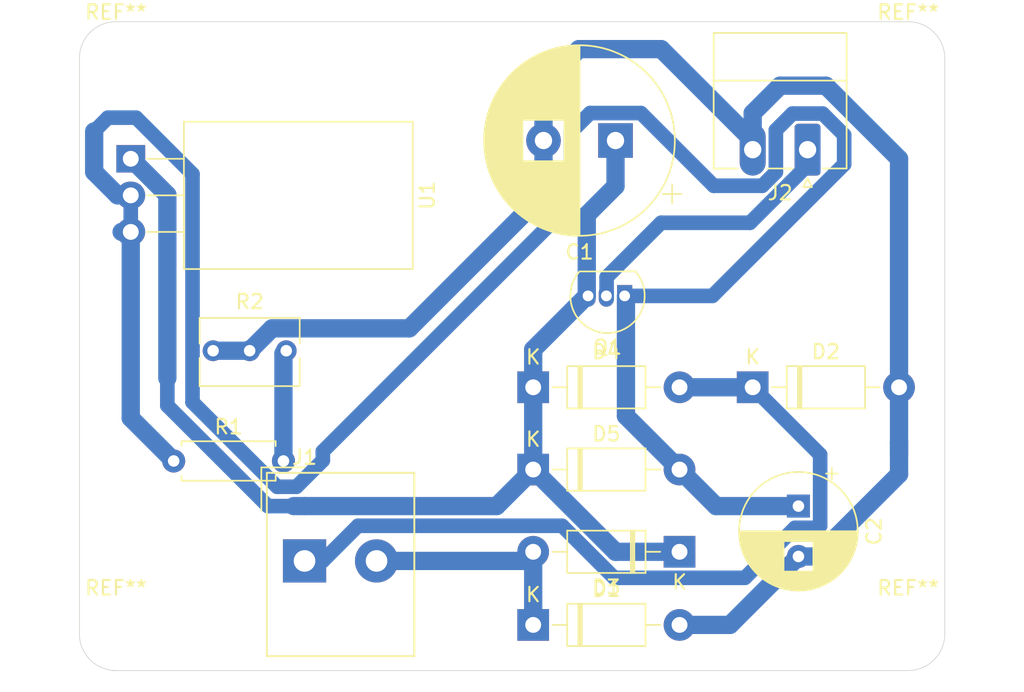
<source format=kicad_pcb>
(kicad_pcb (version 20171130) (host pcbnew "(5.1.8)-1")

  (general
    (thickness 1.6)
    (drawings 8)
    (tracks 95)
    (zones 0)
    (modules 17)
    (nets 8)
  )

  (page A4)
  (layers
    (0 F.Cu signal)
    (31 B.Cu signal)
    (32 B.Adhes user)
    (33 F.Adhes user)
    (34 B.Paste user)
    (35 F.Paste user)
    (36 B.SilkS user)
    (37 F.SilkS user)
    (38 B.Mask user)
    (39 F.Mask user)
    (40 Dwgs.User user)
    (41 Cmts.User user)
    (42 Eco1.User user)
    (43 Eco2.User user)
    (44 Edge.Cuts user)
    (45 Margin user)
    (46 B.CrtYd user)
    (47 F.CrtYd user)
    (48 B.Fab user)
    (49 F.Fab user)
  )

  (setup
    (last_trace_width 1.016)
    (user_trace_width 1.016)
    (user_trace_width 1.27)
    (trace_clearance 0.2)
    (zone_clearance 0.508)
    (zone_45_only no)
    (trace_min 0.2)
    (via_size 0.8)
    (via_drill 0.4)
    (via_min_size 0.4)
    (via_min_drill 0.3)
    (uvia_size 0.3)
    (uvia_drill 0.1)
    (uvias_allowed no)
    (uvia_min_size 0.2)
    (uvia_min_drill 0.1)
    (edge_width 0.05)
    (segment_width 0.2)
    (pcb_text_width 0.3)
    (pcb_text_size 1.5 1.5)
    (mod_edge_width 0.12)
    (mod_text_size 1 1)
    (mod_text_width 0.15)
    (pad_size 1.524 1.524)
    (pad_drill 0.762)
    (pad_to_mask_clearance 0)
    (aux_axis_origin 0 0)
    (grid_origin 168.03 78.74)
    (visible_elements 7FFFFFFF)
    (pcbplotparams
      (layerselection 0x010fc_ffffffff)
      (usegerberextensions true)
      (usegerberattributes true)
      (usegerberadvancedattributes true)
      (creategerberjobfile true)
      (excludeedgelayer true)
      (linewidth 0.100000)
      (plotframeref true)
      (viasonmask false)
      (mode 1)
      (useauxorigin false)
      (hpglpennumber 1)
      (hpglpenspeed 20)
      (hpglpendiameter 15.000000)
      (psnegative false)
      (psa4output false)
      (plotreference false)
      (plotvalue true)
      (plotinvisibletext false)
      (padsonsilk false)
      (subtractmaskfromsilk false)
      (outputformat 1)
      (mirror false)
      (drillshape 0)
      (scaleselection 1)
      (outputdirectory "Gerber_Files/"))
  )

  (net 0 "")
  (net 1 "Net-(C1-Pad1)")
  (net 2 GND)
  (net 3 "Net-(C2-Pad1)")
  (net 4 "Net-(D1-Pad1)")
  (net 5 "Net-(D2-Pad1)")
  (net 6 "Net-(J2-Pad1)")
  (net 7 "Net-(R1-Pad2)")

  (net_class Default "This is the default net class."
    (clearance 0.2)
    (trace_width 0.25)
    (via_dia 0.8)
    (via_drill 0.4)
    (uvia_dia 0.3)
    (uvia_drill 0.1)
    (add_net GND)
    (add_net "Net-(C1-Pad1)")
    (add_net "Net-(C2-Pad1)")
    (add_net "Net-(D1-Pad1)")
    (add_net "Net-(D2-Pad1)")
    (add_net "Net-(J2-Pad1)")
    (add_net "Net-(R1-Pad2)")
  )

  (module MountingHole:MountingHole_2.1mm locked (layer F.Cu) (tedit 5B924765) (tstamp 60F4E9FF)
    (at 168.03 118.74)
    (descr "Mounting Hole 2.1mm, no annular")
    (tags "mounting hole 2.1mm no annular")
    (attr virtual)
    (fp_text reference REF** (at 0 -3.2) (layer F.SilkS)
      (effects (font (size 1 1) (thickness 0.15)))
    )
    (fp_text value MountingHole_2.1mm (at 0 3.2) (layer F.Fab)
      (effects (font (size 1 1) (thickness 0.15)))
    )
    (fp_circle (center 0 0) (end 2.35 0) (layer F.CrtYd) (width 0.05))
    (fp_circle (center 0 0) (end 2.1 0) (layer Cmts.User) (width 0.15))
    (fp_text user %R (at 0.3 0) (layer F.Fab)
      (effects (font (size 1 1) (thickness 0.15)))
    )
    (pad "" np_thru_hole circle (at 0 0) (size 2.1 2.1) (drill 2.1) (layers *.Cu *.Mask))
  )

  (module MountingHole:MountingHole_2.1mm locked (layer F.Cu) (tedit 5B924765) (tstamp 60F4E9DB)
    (at 113.03 118.74)
    (descr "Mounting Hole 2.1mm, no annular")
    (tags "mounting hole 2.1mm no annular")
    (attr virtual)
    (fp_text reference REF** (at 0 -3.2) (layer F.SilkS)
      (effects (font (size 1 1) (thickness 0.15)))
    )
    (fp_text value MountingHole_2.1mm (at 0 3.2) (layer F.Fab)
      (effects (font (size 1 1) (thickness 0.15)))
    )
    (fp_circle (center 0 0) (end 2.35 0) (layer F.CrtYd) (width 0.05))
    (fp_circle (center 0 0) (end 2.1 0) (layer Cmts.User) (width 0.15))
    (fp_text user %R (at 0.3 0) (layer F.Fab)
      (effects (font (size 1 1) (thickness 0.15)))
    )
    (pad "" np_thru_hole circle (at 0 0) (size 2.1 2.1) (drill 2.1) (layers *.Cu *.Mask))
  )

  (module MountingHole:MountingHole_2.1mm locked (layer F.Cu) (tedit 5B924765) (tstamp 60F4E9B7)
    (at 168.03 78.74)
    (descr "Mounting Hole 2.1mm, no annular")
    (tags "mounting hole 2.1mm no annular")
    (attr virtual)
    (fp_text reference REF** (at 0 -3.2) (layer F.SilkS)
      (effects (font (size 1 1) (thickness 0.15)))
    )
    (fp_text value MountingHole_2.1mm (at 0 3.2) (layer F.Fab)
      (effects (font (size 1 1) (thickness 0.15)))
    )
    (fp_circle (center 0 0) (end 2.35 0) (layer F.CrtYd) (width 0.05))
    (fp_circle (center 0 0) (end 2.1 0) (layer Cmts.User) (width 0.15))
    (fp_text user %R (at 0.3 0) (layer F.Fab)
      (effects (font (size 1 1) (thickness 0.15)))
    )
    (pad "" np_thru_hole circle (at 0 0) (size 2.1 2.1) (drill 2.1) (layers *.Cu *.Mask))
  )

  (module MountingHole:MountingHole_2.1mm locked (layer F.Cu) (tedit 5B924765) (tstamp 60F4E993)
    (at 113.03 78.74)
    (descr "Mounting Hole 2.1mm, no annular")
    (tags "mounting hole 2.1mm no annular")
    (attr virtual)
    (fp_text reference REF** (at 0 -3.2) (layer F.SilkS)
      (effects (font (size 1 1) (thickness 0.15)))
    )
    (fp_text value MountingHole_2.1mm (at 0 3.2) (layer F.Fab)
      (effects (font (size 1 1) (thickness 0.15)))
    )
    (fp_circle (center 0 0) (end 2.35 0) (layer F.CrtYd) (width 0.05))
    (fp_circle (center 0 0) (end 2.1 0) (layer Cmts.User) (width 0.15))
    (fp_text user %R (at 0.3 0) (layer F.Fab)
      (effects (font (size 1 1) (thickness 0.15)))
    )
    (pad "" np_thru_hole circle (at 0 0) (size 2.1 2.1) (drill 2.1) (layers *.Cu *.Mask))
  )

  (module Capacitor_THT:CP_Radial_D13.0mm_P5.00mm (layer F.Cu) (tedit 5AE50EF1) (tstamp 60F52051)
    (at 147.71 84.455 180)
    (descr "CP, Radial series, Radial, pin pitch=5.00mm, , diameter=13mm, Electrolytic Capacitor")
    (tags "CP Radial series Radial pin pitch 5.00mm  diameter 13mm Electrolytic Capacitor")
    (path /60F4FF18)
    (fp_text reference C1 (at 2.5 -7.75) (layer F.SilkS)
      (effects (font (size 1 1) (thickness 0.15)))
    )
    (fp_text value 2200u (at 2.5 7.75) (layer F.Fab)
      (effects (font (size 1 1) (thickness 0.15)))
    )
    (fp_line (start -3.934569 -4.365) (end -3.934569 -3.065) (layer F.SilkS) (width 0.12))
    (fp_line (start -4.584569 -3.715) (end -3.284569 -3.715) (layer F.SilkS) (width 0.12))
    (fp_line (start 9.101 -0.475) (end 9.101 0.475) (layer F.SilkS) (width 0.12))
    (fp_line (start 9.061 -0.85) (end 9.061 0.85) (layer F.SilkS) (width 0.12))
    (fp_line (start 9.021 -1.107) (end 9.021 1.107) (layer F.SilkS) (width 0.12))
    (fp_line (start 8.981 -1.315) (end 8.981 1.315) (layer F.SilkS) (width 0.12))
    (fp_line (start 8.941 -1.494) (end 8.941 1.494) (layer F.SilkS) (width 0.12))
    (fp_line (start 8.901 -1.653) (end 8.901 1.653) (layer F.SilkS) (width 0.12))
    (fp_line (start 8.861 -1.798) (end 8.861 1.798) (layer F.SilkS) (width 0.12))
    (fp_line (start 8.821 -1.931) (end 8.821 1.931) (layer F.SilkS) (width 0.12))
    (fp_line (start 8.781 -2.055) (end 8.781 2.055) (layer F.SilkS) (width 0.12))
    (fp_line (start 8.741 -2.171) (end 8.741 2.171) (layer F.SilkS) (width 0.12))
    (fp_line (start 8.701 -2.281) (end 8.701 2.281) (layer F.SilkS) (width 0.12))
    (fp_line (start 8.661 -2.385) (end 8.661 2.385) (layer F.SilkS) (width 0.12))
    (fp_line (start 8.621 -2.484) (end 8.621 2.484) (layer F.SilkS) (width 0.12))
    (fp_line (start 8.581 -2.579) (end 8.581 2.579) (layer F.SilkS) (width 0.12))
    (fp_line (start 8.541 -2.67) (end 8.541 2.67) (layer F.SilkS) (width 0.12))
    (fp_line (start 8.501 -2.758) (end 8.501 2.758) (layer F.SilkS) (width 0.12))
    (fp_line (start 8.461 -2.842) (end 8.461 2.842) (layer F.SilkS) (width 0.12))
    (fp_line (start 8.421 -2.923) (end 8.421 2.923) (layer F.SilkS) (width 0.12))
    (fp_line (start 8.381 -3.002) (end 8.381 3.002) (layer F.SilkS) (width 0.12))
    (fp_line (start 8.341 -3.078) (end 8.341 3.078) (layer F.SilkS) (width 0.12))
    (fp_line (start 8.301 -3.152) (end 8.301 3.152) (layer F.SilkS) (width 0.12))
    (fp_line (start 8.261 -3.223) (end 8.261 3.223) (layer F.SilkS) (width 0.12))
    (fp_line (start 8.221 -3.293) (end 8.221 3.293) (layer F.SilkS) (width 0.12))
    (fp_line (start 8.181 -3.361) (end 8.181 3.361) (layer F.SilkS) (width 0.12))
    (fp_line (start 8.141 -3.427) (end 8.141 3.427) (layer F.SilkS) (width 0.12))
    (fp_line (start 8.101 -3.491) (end 8.101 3.491) (layer F.SilkS) (width 0.12))
    (fp_line (start 8.061 -3.554) (end 8.061 3.554) (layer F.SilkS) (width 0.12))
    (fp_line (start 8.021 -3.615) (end 8.021 3.615) (layer F.SilkS) (width 0.12))
    (fp_line (start 7.981 -3.675) (end 7.981 3.675) (layer F.SilkS) (width 0.12))
    (fp_line (start 7.941 -3.733) (end 7.941 3.733) (layer F.SilkS) (width 0.12))
    (fp_line (start 7.901 -3.79) (end 7.901 3.79) (layer F.SilkS) (width 0.12))
    (fp_line (start 7.861 -3.846) (end 7.861 3.846) (layer F.SilkS) (width 0.12))
    (fp_line (start 7.821 -3.9) (end 7.821 3.9) (layer F.SilkS) (width 0.12))
    (fp_line (start 7.781 -3.954) (end 7.781 3.954) (layer F.SilkS) (width 0.12))
    (fp_line (start 7.741 -4.006) (end 7.741 4.006) (layer F.SilkS) (width 0.12))
    (fp_line (start 7.701 -4.057) (end 7.701 4.057) (layer F.SilkS) (width 0.12))
    (fp_line (start 7.661 -4.108) (end 7.661 4.108) (layer F.SilkS) (width 0.12))
    (fp_line (start 7.621 -4.157) (end 7.621 4.157) (layer F.SilkS) (width 0.12))
    (fp_line (start 7.581 -4.205) (end 7.581 4.205) (layer F.SilkS) (width 0.12))
    (fp_line (start 7.541 -4.253) (end 7.541 4.253) (layer F.SilkS) (width 0.12))
    (fp_line (start 7.501 -4.299) (end 7.501 4.299) (layer F.SilkS) (width 0.12))
    (fp_line (start 7.461 -4.345) (end 7.461 4.345) (layer F.SilkS) (width 0.12))
    (fp_line (start 7.421 -4.39) (end 7.421 4.39) (layer F.SilkS) (width 0.12))
    (fp_line (start 7.381 -4.434) (end 7.381 4.434) (layer F.SilkS) (width 0.12))
    (fp_line (start 7.341 -4.477) (end 7.341 4.477) (layer F.SilkS) (width 0.12))
    (fp_line (start 7.301 -4.519) (end 7.301 4.519) (layer F.SilkS) (width 0.12))
    (fp_line (start 7.261 -4.561) (end 7.261 4.561) (layer F.SilkS) (width 0.12))
    (fp_line (start 7.221 -4.602) (end 7.221 4.602) (layer F.SilkS) (width 0.12))
    (fp_line (start 7.181 -4.643) (end 7.181 4.643) (layer F.SilkS) (width 0.12))
    (fp_line (start 7.141 -4.682) (end 7.141 4.682) (layer F.SilkS) (width 0.12))
    (fp_line (start 7.101 -4.721) (end 7.101 4.721) (layer F.SilkS) (width 0.12))
    (fp_line (start 7.061 -4.76) (end 7.061 4.76) (layer F.SilkS) (width 0.12))
    (fp_line (start 7.021 -4.797) (end 7.021 4.797) (layer F.SilkS) (width 0.12))
    (fp_line (start 6.981 -4.834) (end 6.981 4.834) (layer F.SilkS) (width 0.12))
    (fp_line (start 6.941 -4.871) (end 6.941 4.871) (layer F.SilkS) (width 0.12))
    (fp_line (start 6.901 -4.907) (end 6.901 4.907) (layer F.SilkS) (width 0.12))
    (fp_line (start 6.861 -4.942) (end 6.861 4.942) (layer F.SilkS) (width 0.12))
    (fp_line (start 6.821 -4.977) (end 6.821 4.977) (layer F.SilkS) (width 0.12))
    (fp_line (start 6.781 -5.011) (end 6.781 5.011) (layer F.SilkS) (width 0.12))
    (fp_line (start 6.741 -5.044) (end 6.741 5.044) (layer F.SilkS) (width 0.12))
    (fp_line (start 6.701 -5.078) (end 6.701 5.078) (layer F.SilkS) (width 0.12))
    (fp_line (start 6.661 -5.11) (end 6.661 5.11) (layer F.SilkS) (width 0.12))
    (fp_line (start 6.621 -5.142) (end 6.621 5.142) (layer F.SilkS) (width 0.12))
    (fp_line (start 6.581 -5.174) (end 6.581 5.174) (layer F.SilkS) (width 0.12))
    (fp_line (start 6.541 -5.205) (end 6.541 5.205) (layer F.SilkS) (width 0.12))
    (fp_line (start 6.501 -5.235) (end 6.501 5.235) (layer F.SilkS) (width 0.12))
    (fp_line (start 6.461 -5.265) (end 6.461 5.265) (layer F.SilkS) (width 0.12))
    (fp_line (start 6.421 1.44) (end 6.421 5.295) (layer F.SilkS) (width 0.12))
    (fp_line (start 6.421 -5.295) (end 6.421 -1.44) (layer F.SilkS) (width 0.12))
    (fp_line (start 6.381 1.44) (end 6.381 5.324) (layer F.SilkS) (width 0.12))
    (fp_line (start 6.381 -5.324) (end 6.381 -1.44) (layer F.SilkS) (width 0.12))
    (fp_line (start 6.341 1.44) (end 6.341 5.353) (layer F.SilkS) (width 0.12))
    (fp_line (start 6.341 -5.353) (end 6.341 -1.44) (layer F.SilkS) (width 0.12))
    (fp_line (start 6.301 1.44) (end 6.301 5.381) (layer F.SilkS) (width 0.12))
    (fp_line (start 6.301 -5.381) (end 6.301 -1.44) (layer F.SilkS) (width 0.12))
    (fp_line (start 6.261 1.44) (end 6.261 5.409) (layer F.SilkS) (width 0.12))
    (fp_line (start 6.261 -5.409) (end 6.261 -1.44) (layer F.SilkS) (width 0.12))
    (fp_line (start 6.221 1.44) (end 6.221 5.436) (layer F.SilkS) (width 0.12))
    (fp_line (start 6.221 -5.436) (end 6.221 -1.44) (layer F.SilkS) (width 0.12))
    (fp_line (start 6.181 1.44) (end 6.181 5.463) (layer F.SilkS) (width 0.12))
    (fp_line (start 6.181 -5.463) (end 6.181 -1.44) (layer F.SilkS) (width 0.12))
    (fp_line (start 6.141 1.44) (end 6.141 5.49) (layer F.SilkS) (width 0.12))
    (fp_line (start 6.141 -5.49) (end 6.141 -1.44) (layer F.SilkS) (width 0.12))
    (fp_line (start 6.101 1.44) (end 6.101 5.516) (layer F.SilkS) (width 0.12))
    (fp_line (start 6.101 -5.516) (end 6.101 -1.44) (layer F.SilkS) (width 0.12))
    (fp_line (start 6.061 1.44) (end 6.061 5.542) (layer F.SilkS) (width 0.12))
    (fp_line (start 6.061 -5.542) (end 6.061 -1.44) (layer F.SilkS) (width 0.12))
    (fp_line (start 6.021 1.44) (end 6.021 5.567) (layer F.SilkS) (width 0.12))
    (fp_line (start 6.021 -5.567) (end 6.021 -1.44) (layer F.SilkS) (width 0.12))
    (fp_line (start 5.981 1.44) (end 5.981 5.592) (layer F.SilkS) (width 0.12))
    (fp_line (start 5.981 -5.592) (end 5.981 -1.44) (layer F.SilkS) (width 0.12))
    (fp_line (start 5.941 1.44) (end 5.941 5.617) (layer F.SilkS) (width 0.12))
    (fp_line (start 5.941 -5.617) (end 5.941 -1.44) (layer F.SilkS) (width 0.12))
    (fp_line (start 5.901 1.44) (end 5.901 5.641) (layer F.SilkS) (width 0.12))
    (fp_line (start 5.901 -5.641) (end 5.901 -1.44) (layer F.SilkS) (width 0.12))
    (fp_line (start 5.861 1.44) (end 5.861 5.664) (layer F.SilkS) (width 0.12))
    (fp_line (start 5.861 -5.664) (end 5.861 -1.44) (layer F.SilkS) (width 0.12))
    (fp_line (start 5.821 1.44) (end 5.821 5.688) (layer F.SilkS) (width 0.12))
    (fp_line (start 5.821 -5.688) (end 5.821 -1.44) (layer F.SilkS) (width 0.12))
    (fp_line (start 5.781 1.44) (end 5.781 5.711) (layer F.SilkS) (width 0.12))
    (fp_line (start 5.781 -5.711) (end 5.781 -1.44) (layer F.SilkS) (width 0.12))
    (fp_line (start 5.741 1.44) (end 5.741 5.733) (layer F.SilkS) (width 0.12))
    (fp_line (start 5.741 -5.733) (end 5.741 -1.44) (layer F.SilkS) (width 0.12))
    (fp_line (start 5.701 1.44) (end 5.701 5.756) (layer F.SilkS) (width 0.12))
    (fp_line (start 5.701 -5.756) (end 5.701 -1.44) (layer F.SilkS) (width 0.12))
    (fp_line (start 5.661 1.44) (end 5.661 5.778) (layer F.SilkS) (width 0.12))
    (fp_line (start 5.661 -5.778) (end 5.661 -1.44) (layer F.SilkS) (width 0.12))
    (fp_line (start 5.621 1.44) (end 5.621 5.799) (layer F.SilkS) (width 0.12))
    (fp_line (start 5.621 -5.799) (end 5.621 -1.44) (layer F.SilkS) (width 0.12))
    (fp_line (start 5.581 1.44) (end 5.581 5.82) (layer F.SilkS) (width 0.12))
    (fp_line (start 5.581 -5.82) (end 5.581 -1.44) (layer F.SilkS) (width 0.12))
    (fp_line (start 5.541 1.44) (end 5.541 5.841) (layer F.SilkS) (width 0.12))
    (fp_line (start 5.541 -5.841) (end 5.541 -1.44) (layer F.SilkS) (width 0.12))
    (fp_line (start 5.501 1.44) (end 5.501 5.862) (layer F.SilkS) (width 0.12))
    (fp_line (start 5.501 -5.862) (end 5.501 -1.44) (layer F.SilkS) (width 0.12))
    (fp_line (start 5.461 1.44) (end 5.461 5.882) (layer F.SilkS) (width 0.12))
    (fp_line (start 5.461 -5.882) (end 5.461 -1.44) (layer F.SilkS) (width 0.12))
    (fp_line (start 5.421 1.44) (end 5.421 5.902) (layer F.SilkS) (width 0.12))
    (fp_line (start 5.421 -5.902) (end 5.421 -1.44) (layer F.SilkS) (width 0.12))
    (fp_line (start 5.381 1.44) (end 5.381 5.921) (layer F.SilkS) (width 0.12))
    (fp_line (start 5.381 -5.921) (end 5.381 -1.44) (layer F.SilkS) (width 0.12))
    (fp_line (start 5.341 1.44) (end 5.341 5.94) (layer F.SilkS) (width 0.12))
    (fp_line (start 5.341 -5.94) (end 5.341 -1.44) (layer F.SilkS) (width 0.12))
    (fp_line (start 5.301 1.44) (end 5.301 5.959) (layer F.SilkS) (width 0.12))
    (fp_line (start 5.301 -5.959) (end 5.301 -1.44) (layer F.SilkS) (width 0.12))
    (fp_line (start 5.261 1.44) (end 5.261 5.978) (layer F.SilkS) (width 0.12))
    (fp_line (start 5.261 -5.978) (end 5.261 -1.44) (layer F.SilkS) (width 0.12))
    (fp_line (start 5.221 1.44) (end 5.221 5.996) (layer F.SilkS) (width 0.12))
    (fp_line (start 5.221 -5.996) (end 5.221 -1.44) (layer F.SilkS) (width 0.12))
    (fp_line (start 5.181 1.44) (end 5.181 6.014) (layer F.SilkS) (width 0.12))
    (fp_line (start 5.181 -6.014) (end 5.181 -1.44) (layer F.SilkS) (width 0.12))
    (fp_line (start 5.141 1.44) (end 5.141 6.031) (layer F.SilkS) (width 0.12))
    (fp_line (start 5.141 -6.031) (end 5.141 -1.44) (layer F.SilkS) (width 0.12))
    (fp_line (start 5.101 1.44) (end 5.101 6.049) (layer F.SilkS) (width 0.12))
    (fp_line (start 5.101 -6.049) (end 5.101 -1.44) (layer F.SilkS) (width 0.12))
    (fp_line (start 5.061 1.44) (end 5.061 6.065) (layer F.SilkS) (width 0.12))
    (fp_line (start 5.061 -6.065) (end 5.061 -1.44) (layer F.SilkS) (width 0.12))
    (fp_line (start 5.021 1.44) (end 5.021 6.082) (layer F.SilkS) (width 0.12))
    (fp_line (start 5.021 -6.082) (end 5.021 -1.44) (layer F.SilkS) (width 0.12))
    (fp_line (start 4.981 1.44) (end 4.981 6.098) (layer F.SilkS) (width 0.12))
    (fp_line (start 4.981 -6.098) (end 4.981 -1.44) (layer F.SilkS) (width 0.12))
    (fp_line (start 4.941 1.44) (end 4.941 6.114) (layer F.SilkS) (width 0.12))
    (fp_line (start 4.941 -6.114) (end 4.941 -1.44) (layer F.SilkS) (width 0.12))
    (fp_line (start 4.901 1.44) (end 4.901 6.13) (layer F.SilkS) (width 0.12))
    (fp_line (start 4.901 -6.13) (end 4.901 -1.44) (layer F.SilkS) (width 0.12))
    (fp_line (start 4.861 1.44) (end 4.861 6.146) (layer F.SilkS) (width 0.12))
    (fp_line (start 4.861 -6.146) (end 4.861 -1.44) (layer F.SilkS) (width 0.12))
    (fp_line (start 4.821 1.44) (end 4.821 6.161) (layer F.SilkS) (width 0.12))
    (fp_line (start 4.821 -6.161) (end 4.821 -1.44) (layer F.SilkS) (width 0.12))
    (fp_line (start 4.781 1.44) (end 4.781 6.175) (layer F.SilkS) (width 0.12))
    (fp_line (start 4.781 -6.175) (end 4.781 -1.44) (layer F.SilkS) (width 0.12))
    (fp_line (start 4.741 1.44) (end 4.741 6.19) (layer F.SilkS) (width 0.12))
    (fp_line (start 4.741 -6.19) (end 4.741 -1.44) (layer F.SilkS) (width 0.12))
    (fp_line (start 4.701 1.44) (end 4.701 6.204) (layer F.SilkS) (width 0.12))
    (fp_line (start 4.701 -6.204) (end 4.701 -1.44) (layer F.SilkS) (width 0.12))
    (fp_line (start 4.661 1.44) (end 4.661 6.218) (layer F.SilkS) (width 0.12))
    (fp_line (start 4.661 -6.218) (end 4.661 -1.44) (layer F.SilkS) (width 0.12))
    (fp_line (start 4.621 1.44) (end 4.621 6.232) (layer F.SilkS) (width 0.12))
    (fp_line (start 4.621 -6.232) (end 4.621 -1.44) (layer F.SilkS) (width 0.12))
    (fp_line (start 4.581 1.44) (end 4.581 6.245) (layer F.SilkS) (width 0.12))
    (fp_line (start 4.581 -6.245) (end 4.581 -1.44) (layer F.SilkS) (width 0.12))
    (fp_line (start 4.541 1.44) (end 4.541 6.258) (layer F.SilkS) (width 0.12))
    (fp_line (start 4.541 -6.258) (end 4.541 -1.44) (layer F.SilkS) (width 0.12))
    (fp_line (start 4.501 1.44) (end 4.501 6.271) (layer F.SilkS) (width 0.12))
    (fp_line (start 4.501 -6.271) (end 4.501 -1.44) (layer F.SilkS) (width 0.12))
    (fp_line (start 4.461 1.44) (end 4.461 6.284) (layer F.SilkS) (width 0.12))
    (fp_line (start 4.461 -6.284) (end 4.461 -1.44) (layer F.SilkS) (width 0.12))
    (fp_line (start 4.421 1.44) (end 4.421 6.296) (layer F.SilkS) (width 0.12))
    (fp_line (start 4.421 -6.296) (end 4.421 -1.44) (layer F.SilkS) (width 0.12))
    (fp_line (start 4.381 1.44) (end 4.381 6.308) (layer F.SilkS) (width 0.12))
    (fp_line (start 4.381 -6.308) (end 4.381 -1.44) (layer F.SilkS) (width 0.12))
    (fp_line (start 4.341 1.44) (end 4.341 6.32) (layer F.SilkS) (width 0.12))
    (fp_line (start 4.341 -6.32) (end 4.341 -1.44) (layer F.SilkS) (width 0.12))
    (fp_line (start 4.301 1.44) (end 4.301 6.331) (layer F.SilkS) (width 0.12))
    (fp_line (start 4.301 -6.331) (end 4.301 -1.44) (layer F.SilkS) (width 0.12))
    (fp_line (start 4.261 1.44) (end 4.261 6.342) (layer F.SilkS) (width 0.12))
    (fp_line (start 4.261 -6.342) (end 4.261 -1.44) (layer F.SilkS) (width 0.12))
    (fp_line (start 4.221 1.44) (end 4.221 6.353) (layer F.SilkS) (width 0.12))
    (fp_line (start 4.221 -6.353) (end 4.221 -1.44) (layer F.SilkS) (width 0.12))
    (fp_line (start 4.181 1.44) (end 4.181 6.364) (layer F.SilkS) (width 0.12))
    (fp_line (start 4.181 -6.364) (end 4.181 -1.44) (layer F.SilkS) (width 0.12))
    (fp_line (start 4.141 1.44) (end 4.141 6.374) (layer F.SilkS) (width 0.12))
    (fp_line (start 4.141 -6.374) (end 4.141 -1.44) (layer F.SilkS) (width 0.12))
    (fp_line (start 4.101 1.44) (end 4.101 6.384) (layer F.SilkS) (width 0.12))
    (fp_line (start 4.101 -6.384) (end 4.101 -1.44) (layer F.SilkS) (width 0.12))
    (fp_line (start 4.061 1.44) (end 4.061 6.394) (layer F.SilkS) (width 0.12))
    (fp_line (start 4.061 -6.394) (end 4.061 -1.44) (layer F.SilkS) (width 0.12))
    (fp_line (start 4.021 1.44) (end 4.021 6.404) (layer F.SilkS) (width 0.12))
    (fp_line (start 4.021 -6.404) (end 4.021 -1.44) (layer F.SilkS) (width 0.12))
    (fp_line (start 3.981 1.44) (end 3.981 6.413) (layer F.SilkS) (width 0.12))
    (fp_line (start 3.981 -6.413) (end 3.981 -1.44) (layer F.SilkS) (width 0.12))
    (fp_line (start 3.941 1.44) (end 3.941 6.422) (layer F.SilkS) (width 0.12))
    (fp_line (start 3.941 -6.422) (end 3.941 -1.44) (layer F.SilkS) (width 0.12))
    (fp_line (start 3.901 1.44) (end 3.901 6.431) (layer F.SilkS) (width 0.12))
    (fp_line (start 3.901 -6.431) (end 3.901 -1.44) (layer F.SilkS) (width 0.12))
    (fp_line (start 3.861 1.44) (end 3.861 6.439) (layer F.SilkS) (width 0.12))
    (fp_line (start 3.861 -6.439) (end 3.861 -1.44) (layer F.SilkS) (width 0.12))
    (fp_line (start 3.821 1.44) (end 3.821 6.448) (layer F.SilkS) (width 0.12))
    (fp_line (start 3.821 -6.448) (end 3.821 -1.44) (layer F.SilkS) (width 0.12))
    (fp_line (start 3.781 1.44) (end 3.781 6.456) (layer F.SilkS) (width 0.12))
    (fp_line (start 3.781 -6.456) (end 3.781 -1.44) (layer F.SilkS) (width 0.12))
    (fp_line (start 3.741 1.44) (end 3.741 6.463) (layer F.SilkS) (width 0.12))
    (fp_line (start 3.741 -6.463) (end 3.741 -1.44) (layer F.SilkS) (width 0.12))
    (fp_line (start 3.701 1.44) (end 3.701 6.471) (layer F.SilkS) (width 0.12))
    (fp_line (start 3.701 -6.471) (end 3.701 -1.44) (layer F.SilkS) (width 0.12))
    (fp_line (start 3.661 1.44) (end 3.661 6.478) (layer F.SilkS) (width 0.12))
    (fp_line (start 3.661 -6.478) (end 3.661 -1.44) (layer F.SilkS) (width 0.12))
    (fp_line (start 3.621 1.44) (end 3.621 6.485) (layer F.SilkS) (width 0.12))
    (fp_line (start 3.621 -6.485) (end 3.621 -1.44) (layer F.SilkS) (width 0.12))
    (fp_line (start 3.581 1.44) (end 3.581 6.492) (layer F.SilkS) (width 0.12))
    (fp_line (start 3.581 -6.492) (end 3.581 -1.44) (layer F.SilkS) (width 0.12))
    (fp_line (start 3.541 -6.498) (end 3.541 6.498) (layer F.SilkS) (width 0.12))
    (fp_line (start 3.501 -6.505) (end 3.501 6.505) (layer F.SilkS) (width 0.12))
    (fp_line (start 3.461 -6.511) (end 3.461 6.511) (layer F.SilkS) (width 0.12))
    (fp_line (start 3.421 -6.516) (end 3.421 6.516) (layer F.SilkS) (width 0.12))
    (fp_line (start 3.381 -6.522) (end 3.381 6.522) (layer F.SilkS) (width 0.12))
    (fp_line (start 3.341 -6.527) (end 3.341 6.527) (layer F.SilkS) (width 0.12))
    (fp_line (start 3.301 -6.532) (end 3.301 6.532) (layer F.SilkS) (width 0.12))
    (fp_line (start 3.261 -6.537) (end 3.261 6.537) (layer F.SilkS) (width 0.12))
    (fp_line (start 3.221 -6.541) (end 3.221 6.541) (layer F.SilkS) (width 0.12))
    (fp_line (start 3.18 -6.545) (end 3.18 6.545) (layer F.SilkS) (width 0.12))
    (fp_line (start 3.14 -6.549) (end 3.14 6.549) (layer F.SilkS) (width 0.12))
    (fp_line (start 3.1 -6.553) (end 3.1 6.553) (layer F.SilkS) (width 0.12))
    (fp_line (start 3.06 -6.557) (end 3.06 6.557) (layer F.SilkS) (width 0.12))
    (fp_line (start 3.02 -6.56) (end 3.02 6.56) (layer F.SilkS) (width 0.12))
    (fp_line (start 2.98 -6.563) (end 2.98 6.563) (layer F.SilkS) (width 0.12))
    (fp_line (start 2.94 -6.566) (end 2.94 6.566) (layer F.SilkS) (width 0.12))
    (fp_line (start 2.9 -6.568) (end 2.9 6.568) (layer F.SilkS) (width 0.12))
    (fp_line (start 2.86 -6.571) (end 2.86 6.571) (layer F.SilkS) (width 0.12))
    (fp_line (start 2.82 -6.573) (end 2.82 6.573) (layer F.SilkS) (width 0.12))
    (fp_line (start 2.78 -6.575) (end 2.78 6.575) (layer F.SilkS) (width 0.12))
    (fp_line (start 2.74 -6.576) (end 2.74 6.576) (layer F.SilkS) (width 0.12))
    (fp_line (start 2.7 -6.577) (end 2.7 6.577) (layer F.SilkS) (width 0.12))
    (fp_line (start 2.66 -6.579) (end 2.66 6.579) (layer F.SilkS) (width 0.12))
    (fp_line (start 2.62 -6.579) (end 2.62 6.579) (layer F.SilkS) (width 0.12))
    (fp_line (start 2.58 -6.58) (end 2.58 6.58) (layer F.SilkS) (width 0.12))
    (fp_line (start 2.54 -6.58) (end 2.54 6.58) (layer F.SilkS) (width 0.12))
    (fp_line (start 2.5 -6.58) (end 2.5 6.58) (layer F.SilkS) (width 0.12))
    (fp_line (start -2.432015 -3.4975) (end -2.432015 -2.1975) (layer F.Fab) (width 0.1))
    (fp_line (start -3.082015 -2.8475) (end -1.782015 -2.8475) (layer F.Fab) (width 0.1))
    (fp_circle (center 2.5 0) (end 9.25 0) (layer F.CrtYd) (width 0.05))
    (fp_circle (center 2.5 0) (end 9.12 0) (layer F.SilkS) (width 0.12))
    (fp_circle (center 2.5 0) (end 9 0) (layer F.Fab) (width 0.1))
    (fp_text user %R (at 2.5 0) (layer F.Fab)
      (effects (font (size 1 1) (thickness 0.15)))
    )
    (pad 1 thru_hole rect (at 0 0 180) (size 2.4 2.4) (drill 1.2) (layers *.Cu *.Mask)
      (net 1 "Net-(C1-Pad1)"))
    (pad 2 thru_hole circle (at 5 0 180) (size 2.4 2.4) (drill 1.2) (layers *.Cu *.Mask)
      (net 2 GND))
    (model ${KISYS3DMOD}/Capacitor_THT.3dshapes/CP_Radial_D13.0mm_P5.00mm.wrl
      (at (xyz 0 0 0))
      (scale (xyz 1 1 1))
      (rotate (xyz 0 0 0))
    )
  )

  (module Capacitor_THT:CP_Radial_D8.0mm_P3.50mm (layer F.Cu) (tedit 5AE50EF0) (tstamp 60F520FA)
    (at 160.41 109.855 270)
    (descr "CP, Radial series, Radial, pin pitch=3.50mm, , diameter=8mm, Electrolytic Capacitor")
    (tags "CP Radial series Radial pin pitch 3.50mm  diameter 8mm Electrolytic Capacitor")
    (path /60F50514)
    (fp_text reference C2 (at 1.75 -5.25 90) (layer F.SilkS)
      (effects (font (size 1 1) (thickness 0.15)))
    )
    (fp_text value 47u (at 1.75 5.25 90) (layer F.Fab)
      (effects (font (size 1 1) (thickness 0.15)))
    )
    (fp_line (start -2.259698 -2.715) (end -2.259698 -1.915) (layer F.SilkS) (width 0.12))
    (fp_line (start -2.659698 -2.315) (end -1.859698 -2.315) (layer F.SilkS) (width 0.12))
    (fp_line (start 5.831 -0.533) (end 5.831 0.533) (layer F.SilkS) (width 0.12))
    (fp_line (start 5.791 -0.768) (end 5.791 0.768) (layer F.SilkS) (width 0.12))
    (fp_line (start 5.751 -0.948) (end 5.751 0.948) (layer F.SilkS) (width 0.12))
    (fp_line (start 5.711 -1.098) (end 5.711 1.098) (layer F.SilkS) (width 0.12))
    (fp_line (start 5.671 -1.229) (end 5.671 1.229) (layer F.SilkS) (width 0.12))
    (fp_line (start 5.631 -1.346) (end 5.631 1.346) (layer F.SilkS) (width 0.12))
    (fp_line (start 5.591 -1.453) (end 5.591 1.453) (layer F.SilkS) (width 0.12))
    (fp_line (start 5.551 -1.552) (end 5.551 1.552) (layer F.SilkS) (width 0.12))
    (fp_line (start 5.511 -1.645) (end 5.511 1.645) (layer F.SilkS) (width 0.12))
    (fp_line (start 5.471 -1.731) (end 5.471 1.731) (layer F.SilkS) (width 0.12))
    (fp_line (start 5.431 -1.813) (end 5.431 1.813) (layer F.SilkS) (width 0.12))
    (fp_line (start 5.391 -1.89) (end 5.391 1.89) (layer F.SilkS) (width 0.12))
    (fp_line (start 5.351 -1.964) (end 5.351 1.964) (layer F.SilkS) (width 0.12))
    (fp_line (start 5.311 -2.034) (end 5.311 2.034) (layer F.SilkS) (width 0.12))
    (fp_line (start 5.271 -2.102) (end 5.271 2.102) (layer F.SilkS) (width 0.12))
    (fp_line (start 5.231 -2.166) (end 5.231 2.166) (layer F.SilkS) (width 0.12))
    (fp_line (start 5.191 -2.228) (end 5.191 2.228) (layer F.SilkS) (width 0.12))
    (fp_line (start 5.151 -2.287) (end 5.151 2.287) (layer F.SilkS) (width 0.12))
    (fp_line (start 5.111 -2.345) (end 5.111 2.345) (layer F.SilkS) (width 0.12))
    (fp_line (start 5.071 -2.4) (end 5.071 2.4) (layer F.SilkS) (width 0.12))
    (fp_line (start 5.031 -2.454) (end 5.031 2.454) (layer F.SilkS) (width 0.12))
    (fp_line (start 4.991 -2.505) (end 4.991 2.505) (layer F.SilkS) (width 0.12))
    (fp_line (start 4.951 -2.556) (end 4.951 2.556) (layer F.SilkS) (width 0.12))
    (fp_line (start 4.911 -2.604) (end 4.911 2.604) (layer F.SilkS) (width 0.12))
    (fp_line (start 4.871 -2.651) (end 4.871 2.651) (layer F.SilkS) (width 0.12))
    (fp_line (start 4.831 -2.697) (end 4.831 2.697) (layer F.SilkS) (width 0.12))
    (fp_line (start 4.791 -2.741) (end 4.791 2.741) (layer F.SilkS) (width 0.12))
    (fp_line (start 4.751 -2.784) (end 4.751 2.784) (layer F.SilkS) (width 0.12))
    (fp_line (start 4.711 -2.826) (end 4.711 2.826) (layer F.SilkS) (width 0.12))
    (fp_line (start 4.671 -2.867) (end 4.671 2.867) (layer F.SilkS) (width 0.12))
    (fp_line (start 4.631 -2.907) (end 4.631 2.907) (layer F.SilkS) (width 0.12))
    (fp_line (start 4.591 -2.945) (end 4.591 2.945) (layer F.SilkS) (width 0.12))
    (fp_line (start 4.551 -2.983) (end 4.551 2.983) (layer F.SilkS) (width 0.12))
    (fp_line (start 4.511 1.04) (end 4.511 3.019) (layer F.SilkS) (width 0.12))
    (fp_line (start 4.511 -3.019) (end 4.511 -1.04) (layer F.SilkS) (width 0.12))
    (fp_line (start 4.471 1.04) (end 4.471 3.055) (layer F.SilkS) (width 0.12))
    (fp_line (start 4.471 -3.055) (end 4.471 -1.04) (layer F.SilkS) (width 0.12))
    (fp_line (start 4.431 1.04) (end 4.431 3.09) (layer F.SilkS) (width 0.12))
    (fp_line (start 4.431 -3.09) (end 4.431 -1.04) (layer F.SilkS) (width 0.12))
    (fp_line (start 4.391 1.04) (end 4.391 3.124) (layer F.SilkS) (width 0.12))
    (fp_line (start 4.391 -3.124) (end 4.391 -1.04) (layer F.SilkS) (width 0.12))
    (fp_line (start 4.351 1.04) (end 4.351 3.156) (layer F.SilkS) (width 0.12))
    (fp_line (start 4.351 -3.156) (end 4.351 -1.04) (layer F.SilkS) (width 0.12))
    (fp_line (start 4.311 1.04) (end 4.311 3.189) (layer F.SilkS) (width 0.12))
    (fp_line (start 4.311 -3.189) (end 4.311 -1.04) (layer F.SilkS) (width 0.12))
    (fp_line (start 4.271 1.04) (end 4.271 3.22) (layer F.SilkS) (width 0.12))
    (fp_line (start 4.271 -3.22) (end 4.271 -1.04) (layer F.SilkS) (width 0.12))
    (fp_line (start 4.231 1.04) (end 4.231 3.25) (layer F.SilkS) (width 0.12))
    (fp_line (start 4.231 -3.25) (end 4.231 -1.04) (layer F.SilkS) (width 0.12))
    (fp_line (start 4.191 1.04) (end 4.191 3.28) (layer F.SilkS) (width 0.12))
    (fp_line (start 4.191 -3.28) (end 4.191 -1.04) (layer F.SilkS) (width 0.12))
    (fp_line (start 4.151 1.04) (end 4.151 3.309) (layer F.SilkS) (width 0.12))
    (fp_line (start 4.151 -3.309) (end 4.151 -1.04) (layer F.SilkS) (width 0.12))
    (fp_line (start 4.111 1.04) (end 4.111 3.338) (layer F.SilkS) (width 0.12))
    (fp_line (start 4.111 -3.338) (end 4.111 -1.04) (layer F.SilkS) (width 0.12))
    (fp_line (start 4.071 1.04) (end 4.071 3.365) (layer F.SilkS) (width 0.12))
    (fp_line (start 4.071 -3.365) (end 4.071 -1.04) (layer F.SilkS) (width 0.12))
    (fp_line (start 4.031 1.04) (end 4.031 3.392) (layer F.SilkS) (width 0.12))
    (fp_line (start 4.031 -3.392) (end 4.031 -1.04) (layer F.SilkS) (width 0.12))
    (fp_line (start 3.991 1.04) (end 3.991 3.418) (layer F.SilkS) (width 0.12))
    (fp_line (start 3.991 -3.418) (end 3.991 -1.04) (layer F.SilkS) (width 0.12))
    (fp_line (start 3.951 1.04) (end 3.951 3.444) (layer F.SilkS) (width 0.12))
    (fp_line (start 3.951 -3.444) (end 3.951 -1.04) (layer F.SilkS) (width 0.12))
    (fp_line (start 3.911 1.04) (end 3.911 3.469) (layer F.SilkS) (width 0.12))
    (fp_line (start 3.911 -3.469) (end 3.911 -1.04) (layer F.SilkS) (width 0.12))
    (fp_line (start 3.871 1.04) (end 3.871 3.493) (layer F.SilkS) (width 0.12))
    (fp_line (start 3.871 -3.493) (end 3.871 -1.04) (layer F.SilkS) (width 0.12))
    (fp_line (start 3.831 1.04) (end 3.831 3.517) (layer F.SilkS) (width 0.12))
    (fp_line (start 3.831 -3.517) (end 3.831 -1.04) (layer F.SilkS) (width 0.12))
    (fp_line (start 3.791 1.04) (end 3.791 3.54) (layer F.SilkS) (width 0.12))
    (fp_line (start 3.791 -3.54) (end 3.791 -1.04) (layer F.SilkS) (width 0.12))
    (fp_line (start 3.751 1.04) (end 3.751 3.562) (layer F.SilkS) (width 0.12))
    (fp_line (start 3.751 -3.562) (end 3.751 -1.04) (layer F.SilkS) (width 0.12))
    (fp_line (start 3.711 1.04) (end 3.711 3.584) (layer F.SilkS) (width 0.12))
    (fp_line (start 3.711 -3.584) (end 3.711 -1.04) (layer F.SilkS) (width 0.12))
    (fp_line (start 3.671 1.04) (end 3.671 3.606) (layer F.SilkS) (width 0.12))
    (fp_line (start 3.671 -3.606) (end 3.671 -1.04) (layer F.SilkS) (width 0.12))
    (fp_line (start 3.631 1.04) (end 3.631 3.627) (layer F.SilkS) (width 0.12))
    (fp_line (start 3.631 -3.627) (end 3.631 -1.04) (layer F.SilkS) (width 0.12))
    (fp_line (start 3.591 1.04) (end 3.591 3.647) (layer F.SilkS) (width 0.12))
    (fp_line (start 3.591 -3.647) (end 3.591 -1.04) (layer F.SilkS) (width 0.12))
    (fp_line (start 3.551 1.04) (end 3.551 3.666) (layer F.SilkS) (width 0.12))
    (fp_line (start 3.551 -3.666) (end 3.551 -1.04) (layer F.SilkS) (width 0.12))
    (fp_line (start 3.511 1.04) (end 3.511 3.686) (layer F.SilkS) (width 0.12))
    (fp_line (start 3.511 -3.686) (end 3.511 -1.04) (layer F.SilkS) (width 0.12))
    (fp_line (start 3.471 1.04) (end 3.471 3.704) (layer F.SilkS) (width 0.12))
    (fp_line (start 3.471 -3.704) (end 3.471 -1.04) (layer F.SilkS) (width 0.12))
    (fp_line (start 3.431 1.04) (end 3.431 3.722) (layer F.SilkS) (width 0.12))
    (fp_line (start 3.431 -3.722) (end 3.431 -1.04) (layer F.SilkS) (width 0.12))
    (fp_line (start 3.391 1.04) (end 3.391 3.74) (layer F.SilkS) (width 0.12))
    (fp_line (start 3.391 -3.74) (end 3.391 -1.04) (layer F.SilkS) (width 0.12))
    (fp_line (start 3.351 1.04) (end 3.351 3.757) (layer F.SilkS) (width 0.12))
    (fp_line (start 3.351 -3.757) (end 3.351 -1.04) (layer F.SilkS) (width 0.12))
    (fp_line (start 3.311 1.04) (end 3.311 3.774) (layer F.SilkS) (width 0.12))
    (fp_line (start 3.311 -3.774) (end 3.311 -1.04) (layer F.SilkS) (width 0.12))
    (fp_line (start 3.271 1.04) (end 3.271 3.79) (layer F.SilkS) (width 0.12))
    (fp_line (start 3.271 -3.79) (end 3.271 -1.04) (layer F.SilkS) (width 0.12))
    (fp_line (start 3.231 1.04) (end 3.231 3.805) (layer F.SilkS) (width 0.12))
    (fp_line (start 3.231 -3.805) (end 3.231 -1.04) (layer F.SilkS) (width 0.12))
    (fp_line (start 3.191 1.04) (end 3.191 3.821) (layer F.SilkS) (width 0.12))
    (fp_line (start 3.191 -3.821) (end 3.191 -1.04) (layer F.SilkS) (width 0.12))
    (fp_line (start 3.151 1.04) (end 3.151 3.835) (layer F.SilkS) (width 0.12))
    (fp_line (start 3.151 -3.835) (end 3.151 -1.04) (layer F.SilkS) (width 0.12))
    (fp_line (start 3.111 1.04) (end 3.111 3.85) (layer F.SilkS) (width 0.12))
    (fp_line (start 3.111 -3.85) (end 3.111 -1.04) (layer F.SilkS) (width 0.12))
    (fp_line (start 3.071 1.04) (end 3.071 3.863) (layer F.SilkS) (width 0.12))
    (fp_line (start 3.071 -3.863) (end 3.071 -1.04) (layer F.SilkS) (width 0.12))
    (fp_line (start 3.031 1.04) (end 3.031 3.877) (layer F.SilkS) (width 0.12))
    (fp_line (start 3.031 -3.877) (end 3.031 -1.04) (layer F.SilkS) (width 0.12))
    (fp_line (start 2.991 1.04) (end 2.991 3.889) (layer F.SilkS) (width 0.12))
    (fp_line (start 2.991 -3.889) (end 2.991 -1.04) (layer F.SilkS) (width 0.12))
    (fp_line (start 2.951 1.04) (end 2.951 3.902) (layer F.SilkS) (width 0.12))
    (fp_line (start 2.951 -3.902) (end 2.951 -1.04) (layer F.SilkS) (width 0.12))
    (fp_line (start 2.911 1.04) (end 2.911 3.914) (layer F.SilkS) (width 0.12))
    (fp_line (start 2.911 -3.914) (end 2.911 -1.04) (layer F.SilkS) (width 0.12))
    (fp_line (start 2.871 1.04) (end 2.871 3.925) (layer F.SilkS) (width 0.12))
    (fp_line (start 2.871 -3.925) (end 2.871 -1.04) (layer F.SilkS) (width 0.12))
    (fp_line (start 2.831 1.04) (end 2.831 3.936) (layer F.SilkS) (width 0.12))
    (fp_line (start 2.831 -3.936) (end 2.831 -1.04) (layer F.SilkS) (width 0.12))
    (fp_line (start 2.791 1.04) (end 2.791 3.947) (layer F.SilkS) (width 0.12))
    (fp_line (start 2.791 -3.947) (end 2.791 -1.04) (layer F.SilkS) (width 0.12))
    (fp_line (start 2.751 1.04) (end 2.751 3.957) (layer F.SilkS) (width 0.12))
    (fp_line (start 2.751 -3.957) (end 2.751 -1.04) (layer F.SilkS) (width 0.12))
    (fp_line (start 2.711 1.04) (end 2.711 3.967) (layer F.SilkS) (width 0.12))
    (fp_line (start 2.711 -3.967) (end 2.711 -1.04) (layer F.SilkS) (width 0.12))
    (fp_line (start 2.671 1.04) (end 2.671 3.976) (layer F.SilkS) (width 0.12))
    (fp_line (start 2.671 -3.976) (end 2.671 -1.04) (layer F.SilkS) (width 0.12))
    (fp_line (start 2.631 1.04) (end 2.631 3.985) (layer F.SilkS) (width 0.12))
    (fp_line (start 2.631 -3.985) (end 2.631 -1.04) (layer F.SilkS) (width 0.12))
    (fp_line (start 2.591 1.04) (end 2.591 3.994) (layer F.SilkS) (width 0.12))
    (fp_line (start 2.591 -3.994) (end 2.591 -1.04) (layer F.SilkS) (width 0.12))
    (fp_line (start 2.551 1.04) (end 2.551 4.002) (layer F.SilkS) (width 0.12))
    (fp_line (start 2.551 -4.002) (end 2.551 -1.04) (layer F.SilkS) (width 0.12))
    (fp_line (start 2.511 1.04) (end 2.511 4.01) (layer F.SilkS) (width 0.12))
    (fp_line (start 2.511 -4.01) (end 2.511 -1.04) (layer F.SilkS) (width 0.12))
    (fp_line (start 2.471 1.04) (end 2.471 4.017) (layer F.SilkS) (width 0.12))
    (fp_line (start 2.471 -4.017) (end 2.471 -1.04) (layer F.SilkS) (width 0.12))
    (fp_line (start 2.43 -4.024) (end 2.43 4.024) (layer F.SilkS) (width 0.12))
    (fp_line (start 2.39 -4.03) (end 2.39 4.03) (layer F.SilkS) (width 0.12))
    (fp_line (start 2.35 -4.037) (end 2.35 4.037) (layer F.SilkS) (width 0.12))
    (fp_line (start 2.31 -4.042) (end 2.31 4.042) (layer F.SilkS) (width 0.12))
    (fp_line (start 2.27 -4.048) (end 2.27 4.048) (layer F.SilkS) (width 0.12))
    (fp_line (start 2.23 -4.052) (end 2.23 4.052) (layer F.SilkS) (width 0.12))
    (fp_line (start 2.19 -4.057) (end 2.19 4.057) (layer F.SilkS) (width 0.12))
    (fp_line (start 2.15 -4.061) (end 2.15 4.061) (layer F.SilkS) (width 0.12))
    (fp_line (start 2.11 -4.065) (end 2.11 4.065) (layer F.SilkS) (width 0.12))
    (fp_line (start 2.07 -4.068) (end 2.07 4.068) (layer F.SilkS) (width 0.12))
    (fp_line (start 2.03 -4.071) (end 2.03 4.071) (layer F.SilkS) (width 0.12))
    (fp_line (start 1.99 -4.074) (end 1.99 4.074) (layer F.SilkS) (width 0.12))
    (fp_line (start 1.95 -4.076) (end 1.95 4.076) (layer F.SilkS) (width 0.12))
    (fp_line (start 1.91 -4.077) (end 1.91 4.077) (layer F.SilkS) (width 0.12))
    (fp_line (start 1.87 -4.079) (end 1.87 4.079) (layer F.SilkS) (width 0.12))
    (fp_line (start 1.83 -4.08) (end 1.83 4.08) (layer F.SilkS) (width 0.12))
    (fp_line (start 1.79 -4.08) (end 1.79 4.08) (layer F.SilkS) (width 0.12))
    (fp_line (start 1.75 -4.08) (end 1.75 4.08) (layer F.SilkS) (width 0.12))
    (fp_line (start -1.276759 -2.1475) (end -1.276759 -1.3475) (layer F.Fab) (width 0.1))
    (fp_line (start -1.676759 -1.7475) (end -0.876759 -1.7475) (layer F.Fab) (width 0.1))
    (fp_circle (center 1.75 0) (end 6 0) (layer F.CrtYd) (width 0.05))
    (fp_circle (center 1.75 0) (end 5.87 0) (layer F.SilkS) (width 0.12))
    (fp_circle (center 1.75 0) (end 5.75 0) (layer F.Fab) (width 0.1))
    (fp_text user %R (at 1.75 0 90) (layer F.Fab)
      (effects (font (size 1 1) (thickness 0.15)))
    )
    (pad 1 thru_hole rect (at 0 0 270) (size 1.6 1.6) (drill 0.8) (layers *.Cu *.Mask)
      (net 3 "Net-(C2-Pad1)"))
    (pad 2 thru_hole circle (at 3.5 0 270) (size 1.6 1.6) (drill 0.8) (layers *.Cu *.Mask)
      (net 2 GND))
    (model ${KISYS3DMOD}/Capacitor_THT.3dshapes/CP_Radial_D8.0mm_P3.50mm.wrl
      (at (xyz 0 0 0))
      (scale (xyz 1 1 1))
      (rotate (xyz 0 0 0))
    )
  )

  (module Diode_THT:D_DO-41_SOD81_P10.16mm_Horizontal (layer F.Cu) (tedit 5AE50CD5) (tstamp 60F52B32)
    (at 141.995 118.11)
    (descr "Diode, DO-41_SOD81 series, Axial, Horizontal, pin pitch=10.16mm, , length*diameter=5.2*2.7mm^2, , http://www.diodes.com/_files/packages/DO-41%20(Plastic).pdf")
    (tags "Diode DO-41_SOD81 series Axial Horizontal pin pitch 10.16mm  length 5.2mm diameter 2.7mm")
    (path /60F4E31F)
    (fp_text reference D1 (at 5.08 -2.47) (layer F.SilkS)
      (effects (font (size 1 1) (thickness 0.15)))
    )
    (fp_text value 1N4007 (at 5.08 2.47) (layer F.Fab)
      (effects (font (size 1 1) (thickness 0.15)))
    )
    (fp_line (start 11.51 -1.6) (end -1.35 -1.6) (layer F.CrtYd) (width 0.05))
    (fp_line (start 11.51 1.6) (end 11.51 -1.6) (layer F.CrtYd) (width 0.05))
    (fp_line (start -1.35 1.6) (end 11.51 1.6) (layer F.CrtYd) (width 0.05))
    (fp_line (start -1.35 -1.6) (end -1.35 1.6) (layer F.CrtYd) (width 0.05))
    (fp_line (start 3.14 -1.47) (end 3.14 1.47) (layer F.SilkS) (width 0.12))
    (fp_line (start 3.38 -1.47) (end 3.38 1.47) (layer F.SilkS) (width 0.12))
    (fp_line (start 3.26 -1.47) (end 3.26 1.47) (layer F.SilkS) (width 0.12))
    (fp_line (start 8.82 0) (end 7.8 0) (layer F.SilkS) (width 0.12))
    (fp_line (start 1.34 0) (end 2.36 0) (layer F.SilkS) (width 0.12))
    (fp_line (start 7.8 -1.47) (end 2.36 -1.47) (layer F.SilkS) (width 0.12))
    (fp_line (start 7.8 1.47) (end 7.8 -1.47) (layer F.SilkS) (width 0.12))
    (fp_line (start 2.36 1.47) (end 7.8 1.47) (layer F.SilkS) (width 0.12))
    (fp_line (start 2.36 -1.47) (end 2.36 1.47) (layer F.SilkS) (width 0.12))
    (fp_line (start 3.16 -1.35) (end 3.16 1.35) (layer F.Fab) (width 0.1))
    (fp_line (start 3.36 -1.35) (end 3.36 1.35) (layer F.Fab) (width 0.1))
    (fp_line (start 3.26 -1.35) (end 3.26 1.35) (layer F.Fab) (width 0.1))
    (fp_line (start 10.16 0) (end 7.68 0) (layer F.Fab) (width 0.1))
    (fp_line (start 0 0) (end 2.48 0) (layer F.Fab) (width 0.1))
    (fp_line (start 7.68 -1.35) (end 2.48 -1.35) (layer F.Fab) (width 0.1))
    (fp_line (start 7.68 1.35) (end 7.68 -1.35) (layer F.Fab) (width 0.1))
    (fp_line (start 2.48 1.35) (end 7.68 1.35) (layer F.Fab) (width 0.1))
    (fp_line (start 2.48 -1.35) (end 2.48 1.35) (layer F.Fab) (width 0.1))
    (fp_text user %R (at 5.47 0) (layer F.Fab)
      (effects (font (size 1 1) (thickness 0.15)))
    )
    (fp_text user K (at 0 -2.1) (layer F.Fab)
      (effects (font (size 1 1) (thickness 0.15)))
    )
    (fp_text user K (at 0 -2.1) (layer F.SilkS)
      (effects (font (size 1 1) (thickness 0.15)))
    )
    (pad 1 thru_hole rect (at 0 0) (size 2.2 2.2) (drill 1.1) (layers *.Cu *.Mask)
      (net 4 "Net-(D1-Pad1)"))
    (pad 2 thru_hole oval (at 10.16 0) (size 2.2 2.2) (drill 1.1) (layers *.Cu *.Mask)
      (net 2 GND))
    (model ${KISYS3DMOD}/Diode_THT.3dshapes/D_DO-41_SOD81_P10.16mm_Horizontal.wrl
      (at (xyz 0 0 0))
      (scale (xyz 1 1 1))
      (rotate (xyz 0 0 0))
    )
  )

  (module Diode_THT:D_DO-41_SOD81_P10.16mm_Horizontal (layer F.Cu) (tedit 5AE50CD5) (tstamp 60F52138)
    (at 157.235 101.6)
    (descr "Diode, DO-41_SOD81 series, Axial, Horizontal, pin pitch=10.16mm, , length*diameter=5.2*2.7mm^2, , http://www.diodes.com/_files/packages/DO-41%20(Plastic).pdf")
    (tags "Diode DO-41_SOD81 series Axial Horizontal pin pitch 10.16mm  length 5.2mm diameter 2.7mm")
    (path /60F4DCE7)
    (fp_text reference D2 (at 5.08 -2.47) (layer F.SilkS)
      (effects (font (size 1 1) (thickness 0.15)))
    )
    (fp_text value 1N4007 (at 5.08 2.47) (layer F.Fab)
      (effects (font (size 1 1) (thickness 0.15)))
    )
    (fp_text user K (at 0 -2.1) (layer F.SilkS)
      (effects (font (size 1 1) (thickness 0.15)))
    )
    (fp_text user K (at 0 -2.1) (layer F.Fab)
      (effects (font (size 1 1) (thickness 0.15)))
    )
    (fp_text user %R (at 5.47 0) (layer F.Fab)
      (effects (font (size 1 1) (thickness 0.15)))
    )
    (fp_line (start 2.48 -1.35) (end 2.48 1.35) (layer F.Fab) (width 0.1))
    (fp_line (start 2.48 1.35) (end 7.68 1.35) (layer F.Fab) (width 0.1))
    (fp_line (start 7.68 1.35) (end 7.68 -1.35) (layer F.Fab) (width 0.1))
    (fp_line (start 7.68 -1.35) (end 2.48 -1.35) (layer F.Fab) (width 0.1))
    (fp_line (start 0 0) (end 2.48 0) (layer F.Fab) (width 0.1))
    (fp_line (start 10.16 0) (end 7.68 0) (layer F.Fab) (width 0.1))
    (fp_line (start 3.26 -1.35) (end 3.26 1.35) (layer F.Fab) (width 0.1))
    (fp_line (start 3.36 -1.35) (end 3.36 1.35) (layer F.Fab) (width 0.1))
    (fp_line (start 3.16 -1.35) (end 3.16 1.35) (layer F.Fab) (width 0.1))
    (fp_line (start 2.36 -1.47) (end 2.36 1.47) (layer F.SilkS) (width 0.12))
    (fp_line (start 2.36 1.47) (end 7.8 1.47) (layer F.SilkS) (width 0.12))
    (fp_line (start 7.8 1.47) (end 7.8 -1.47) (layer F.SilkS) (width 0.12))
    (fp_line (start 7.8 -1.47) (end 2.36 -1.47) (layer F.SilkS) (width 0.12))
    (fp_line (start 1.34 0) (end 2.36 0) (layer F.SilkS) (width 0.12))
    (fp_line (start 8.82 0) (end 7.8 0) (layer F.SilkS) (width 0.12))
    (fp_line (start 3.26 -1.47) (end 3.26 1.47) (layer F.SilkS) (width 0.12))
    (fp_line (start 3.38 -1.47) (end 3.38 1.47) (layer F.SilkS) (width 0.12))
    (fp_line (start 3.14 -1.47) (end 3.14 1.47) (layer F.SilkS) (width 0.12))
    (fp_line (start -1.35 -1.6) (end -1.35 1.6) (layer F.CrtYd) (width 0.05))
    (fp_line (start -1.35 1.6) (end 11.51 1.6) (layer F.CrtYd) (width 0.05))
    (fp_line (start 11.51 1.6) (end 11.51 -1.6) (layer F.CrtYd) (width 0.05))
    (fp_line (start 11.51 -1.6) (end -1.35 -1.6) (layer F.CrtYd) (width 0.05))
    (pad 2 thru_hole oval (at 10.16 0) (size 2.2 2.2) (drill 1.1) (layers *.Cu *.Mask)
      (net 2 GND))
    (pad 1 thru_hole rect (at 0 0) (size 2.2 2.2) (drill 1.1) (layers *.Cu *.Mask)
      (net 5 "Net-(D2-Pad1)"))
    (model ${KISYS3DMOD}/Diode_THT.3dshapes/D_DO-41_SOD81_P10.16mm_Horizontal.wrl
      (at (xyz 0 0 0))
      (scale (xyz 1 1 1))
      (rotate (xyz 0 0 0))
    )
  )

  (module Diode_THT:D_DO-41_SOD81_P10.16mm_Horizontal (layer F.Cu) (tedit 5AE50CD5) (tstamp 60F52157)
    (at 152.155 113.03 180)
    (descr "Diode, DO-41_SOD81 series, Axial, Horizontal, pin pitch=10.16mm, , length*diameter=5.2*2.7mm^2, , http://www.diodes.com/_files/packages/DO-41%20(Plastic).pdf")
    (tags "Diode DO-41_SOD81 series Axial Horizontal pin pitch 10.16mm  length 5.2mm diameter 2.7mm")
    (path /60F4D98C)
    (fp_text reference D3 (at 5.08 -2.47) (layer F.SilkS)
      (effects (font (size 1 1) (thickness 0.15)))
    )
    (fp_text value 1N4007 (at 5.08 2.47) (layer F.Fab)
      (effects (font (size 1 1) (thickness 0.15)))
    )
    (fp_line (start 11.51 -1.6) (end -1.35 -1.6) (layer F.CrtYd) (width 0.05))
    (fp_line (start 11.51 1.6) (end 11.51 -1.6) (layer F.CrtYd) (width 0.05))
    (fp_line (start -1.35 1.6) (end 11.51 1.6) (layer F.CrtYd) (width 0.05))
    (fp_line (start -1.35 -1.6) (end -1.35 1.6) (layer F.CrtYd) (width 0.05))
    (fp_line (start 3.14 -1.47) (end 3.14 1.47) (layer F.SilkS) (width 0.12))
    (fp_line (start 3.38 -1.47) (end 3.38 1.47) (layer F.SilkS) (width 0.12))
    (fp_line (start 3.26 -1.47) (end 3.26 1.47) (layer F.SilkS) (width 0.12))
    (fp_line (start 8.82 0) (end 7.8 0) (layer F.SilkS) (width 0.12))
    (fp_line (start 1.34 0) (end 2.36 0) (layer F.SilkS) (width 0.12))
    (fp_line (start 7.8 -1.47) (end 2.36 -1.47) (layer F.SilkS) (width 0.12))
    (fp_line (start 7.8 1.47) (end 7.8 -1.47) (layer F.SilkS) (width 0.12))
    (fp_line (start 2.36 1.47) (end 7.8 1.47) (layer F.SilkS) (width 0.12))
    (fp_line (start 2.36 -1.47) (end 2.36 1.47) (layer F.SilkS) (width 0.12))
    (fp_line (start 3.16 -1.35) (end 3.16 1.35) (layer F.Fab) (width 0.1))
    (fp_line (start 3.36 -1.35) (end 3.36 1.35) (layer F.Fab) (width 0.1))
    (fp_line (start 3.26 -1.35) (end 3.26 1.35) (layer F.Fab) (width 0.1))
    (fp_line (start 10.16 0) (end 7.68 0) (layer F.Fab) (width 0.1))
    (fp_line (start 0 0) (end 2.48 0) (layer F.Fab) (width 0.1))
    (fp_line (start 7.68 -1.35) (end 2.48 -1.35) (layer F.Fab) (width 0.1))
    (fp_line (start 7.68 1.35) (end 7.68 -1.35) (layer F.Fab) (width 0.1))
    (fp_line (start 2.48 1.35) (end 7.68 1.35) (layer F.Fab) (width 0.1))
    (fp_line (start 2.48 -1.35) (end 2.48 1.35) (layer F.Fab) (width 0.1))
    (fp_text user %R (at 5.47 0) (layer F.Fab)
      (effects (font (size 1 1) (thickness 0.15)))
    )
    (fp_text user K (at 0 -2.1) (layer F.Fab)
      (effects (font (size 1 1) (thickness 0.15)))
    )
    (fp_text user K (at 0 -2.1) (layer F.SilkS)
      (effects (font (size 1 1) (thickness 0.15)))
    )
    (pad 1 thru_hole rect (at 0 0 180) (size 2.2 2.2) (drill 1.1) (layers *.Cu *.Mask)
      (net 1 "Net-(C1-Pad1)"))
    (pad 2 thru_hole oval (at 10.16 0 180) (size 2.2 2.2) (drill 1.1) (layers *.Cu *.Mask)
      (net 4 "Net-(D1-Pad1)"))
    (model ${KISYS3DMOD}/Diode_THT.3dshapes/D_DO-41_SOD81_P10.16mm_Horizontal.wrl
      (at (xyz 0 0 0))
      (scale (xyz 1 1 1))
      (rotate (xyz 0 0 0))
    )
  )

  (module Diode_THT:D_DO-41_SOD81_P10.16mm_Horizontal (layer F.Cu) (tedit 5AE50CD5) (tstamp 60F52176)
    (at 141.995 101.6)
    (descr "Diode, DO-41_SOD81 series, Axial, Horizontal, pin pitch=10.16mm, , length*diameter=5.2*2.7mm^2, , http://www.diodes.com/_files/packages/DO-41%20(Plastic).pdf")
    (tags "Diode DO-41_SOD81 series Axial Horizontal pin pitch 10.16mm  length 5.2mm diameter 2.7mm")
    (path /60F4D447)
    (fp_text reference D4 (at 5.08 -2.47) (layer F.SilkS)
      (effects (font (size 1 1) (thickness 0.15)))
    )
    (fp_text value 1N4007 (at 5.08 2.47) (layer F.Fab)
      (effects (font (size 1 1) (thickness 0.15)))
    )
    (fp_line (start 11.51 -1.6) (end -1.35 -1.6) (layer F.CrtYd) (width 0.05))
    (fp_line (start 11.51 1.6) (end 11.51 -1.6) (layer F.CrtYd) (width 0.05))
    (fp_line (start -1.35 1.6) (end 11.51 1.6) (layer F.CrtYd) (width 0.05))
    (fp_line (start -1.35 -1.6) (end -1.35 1.6) (layer F.CrtYd) (width 0.05))
    (fp_line (start 3.14 -1.47) (end 3.14 1.47) (layer F.SilkS) (width 0.12))
    (fp_line (start 3.38 -1.47) (end 3.38 1.47) (layer F.SilkS) (width 0.12))
    (fp_line (start 3.26 -1.47) (end 3.26 1.47) (layer F.SilkS) (width 0.12))
    (fp_line (start 8.82 0) (end 7.8 0) (layer F.SilkS) (width 0.12))
    (fp_line (start 1.34 0) (end 2.36 0) (layer F.SilkS) (width 0.12))
    (fp_line (start 7.8 -1.47) (end 2.36 -1.47) (layer F.SilkS) (width 0.12))
    (fp_line (start 7.8 1.47) (end 7.8 -1.47) (layer F.SilkS) (width 0.12))
    (fp_line (start 2.36 1.47) (end 7.8 1.47) (layer F.SilkS) (width 0.12))
    (fp_line (start 2.36 -1.47) (end 2.36 1.47) (layer F.SilkS) (width 0.12))
    (fp_line (start 3.16 -1.35) (end 3.16 1.35) (layer F.Fab) (width 0.1))
    (fp_line (start 3.36 -1.35) (end 3.36 1.35) (layer F.Fab) (width 0.1))
    (fp_line (start 3.26 -1.35) (end 3.26 1.35) (layer F.Fab) (width 0.1))
    (fp_line (start 10.16 0) (end 7.68 0) (layer F.Fab) (width 0.1))
    (fp_line (start 0 0) (end 2.48 0) (layer F.Fab) (width 0.1))
    (fp_line (start 7.68 -1.35) (end 2.48 -1.35) (layer F.Fab) (width 0.1))
    (fp_line (start 7.68 1.35) (end 7.68 -1.35) (layer F.Fab) (width 0.1))
    (fp_line (start 2.48 1.35) (end 7.68 1.35) (layer F.Fab) (width 0.1))
    (fp_line (start 2.48 -1.35) (end 2.48 1.35) (layer F.Fab) (width 0.1))
    (fp_text user %R (at 5.47 0) (layer F.Fab)
      (effects (font (size 1 1) (thickness 0.15)))
    )
    (fp_text user K (at 0 -2.1) (layer F.Fab)
      (effects (font (size 1 1) (thickness 0.15)))
    )
    (fp_text user K (at 0 -2.1) (layer F.SilkS)
      (effects (font (size 1 1) (thickness 0.15)))
    )
    (pad 1 thru_hole rect (at 0 0) (size 2.2 2.2) (drill 1.1) (layers *.Cu *.Mask)
      (net 1 "Net-(C1-Pad1)"))
    (pad 2 thru_hole oval (at 10.16 0) (size 2.2 2.2) (drill 1.1) (layers *.Cu *.Mask)
      (net 5 "Net-(D2-Pad1)"))
    (model ${KISYS3DMOD}/Diode_THT.3dshapes/D_DO-41_SOD81_P10.16mm_Horizontal.wrl
      (at (xyz 0 0 0))
      (scale (xyz 1 1 1))
      (rotate (xyz 0 0 0))
    )
  )

  (module Diode_THT:D_DO-41_SOD81_P10.16mm_Horizontal (layer F.Cu) (tedit 5AE50CD5) (tstamp 60F52195)
    (at 141.995 107.315)
    (descr "Diode, DO-41_SOD81 series, Axial, Horizontal, pin pitch=10.16mm, , length*diameter=5.2*2.7mm^2, , http://www.diodes.com/_files/packages/DO-41%20(Plastic).pdf")
    (tags "Diode DO-41_SOD81 series Axial Horizontal pin pitch 10.16mm  length 5.2mm diameter 2.7mm")
    (path /60F55E84)
    (fp_text reference D5 (at 5.08 -2.47) (layer F.SilkS)
      (effects (font (size 1 1) (thickness 0.15)))
    )
    (fp_text value 1N4007 (at 5.08 2.47) (layer F.Fab)
      (effects (font (size 1 1) (thickness 0.15)))
    )
    (fp_text user K (at 0 -2.1) (layer F.SilkS)
      (effects (font (size 1 1) (thickness 0.15)))
    )
    (fp_text user K (at 0 -2.1) (layer F.Fab)
      (effects (font (size 1 1) (thickness 0.15)))
    )
    (fp_text user %R (at 5.47 0) (layer F.Fab)
      (effects (font (size 1 1) (thickness 0.15)))
    )
    (fp_line (start 2.48 -1.35) (end 2.48 1.35) (layer F.Fab) (width 0.1))
    (fp_line (start 2.48 1.35) (end 7.68 1.35) (layer F.Fab) (width 0.1))
    (fp_line (start 7.68 1.35) (end 7.68 -1.35) (layer F.Fab) (width 0.1))
    (fp_line (start 7.68 -1.35) (end 2.48 -1.35) (layer F.Fab) (width 0.1))
    (fp_line (start 0 0) (end 2.48 0) (layer F.Fab) (width 0.1))
    (fp_line (start 10.16 0) (end 7.68 0) (layer F.Fab) (width 0.1))
    (fp_line (start 3.26 -1.35) (end 3.26 1.35) (layer F.Fab) (width 0.1))
    (fp_line (start 3.36 -1.35) (end 3.36 1.35) (layer F.Fab) (width 0.1))
    (fp_line (start 3.16 -1.35) (end 3.16 1.35) (layer F.Fab) (width 0.1))
    (fp_line (start 2.36 -1.47) (end 2.36 1.47) (layer F.SilkS) (width 0.12))
    (fp_line (start 2.36 1.47) (end 7.8 1.47) (layer F.SilkS) (width 0.12))
    (fp_line (start 7.8 1.47) (end 7.8 -1.47) (layer F.SilkS) (width 0.12))
    (fp_line (start 7.8 -1.47) (end 2.36 -1.47) (layer F.SilkS) (width 0.12))
    (fp_line (start 1.34 0) (end 2.36 0) (layer F.SilkS) (width 0.12))
    (fp_line (start 8.82 0) (end 7.8 0) (layer F.SilkS) (width 0.12))
    (fp_line (start 3.26 -1.47) (end 3.26 1.47) (layer F.SilkS) (width 0.12))
    (fp_line (start 3.38 -1.47) (end 3.38 1.47) (layer F.SilkS) (width 0.12))
    (fp_line (start 3.14 -1.47) (end 3.14 1.47) (layer F.SilkS) (width 0.12))
    (fp_line (start -1.35 -1.6) (end -1.35 1.6) (layer F.CrtYd) (width 0.05))
    (fp_line (start -1.35 1.6) (end 11.51 1.6) (layer F.CrtYd) (width 0.05))
    (fp_line (start 11.51 1.6) (end 11.51 -1.6) (layer F.CrtYd) (width 0.05))
    (fp_line (start 11.51 -1.6) (end -1.35 -1.6) (layer F.CrtYd) (width 0.05))
    (pad 2 thru_hole oval (at 10.16 0) (size 2.2 2.2) (drill 1.1) (layers *.Cu *.Mask)
      (net 3 "Net-(C2-Pad1)"))
    (pad 1 thru_hole rect (at 0 0) (size 2.2 2.2) (drill 1.1) (layers *.Cu *.Mask)
      (net 1 "Net-(C1-Pad1)"))
    (model ${KISYS3DMOD}/Diode_THT.3dshapes/D_DO-41_SOD81_P10.16mm_Horizontal.wrl
      (at (xyz 0 0 0))
      (scale (xyz 1 1 1))
      (rotate (xyz 0 0 0))
    )
  )

  (module TerminalBlock_Altech:Altech_AK300_1x02_P5.00mm_45-Degree (layer F.Cu) (tedit 5C27907F) (tstamp 60F521AF)
    (at 126.12 113.665)
    (descr "Altech AK300 serie terminal block (Script generated with StandardBox.py) (http://www.altechcorp.com/PDFS/PCBMETRC.PDF)")
    (tags "Altech AK300 serie connector")
    (path /60F50CEC)
    (fp_text reference J1 (at 0 -7.2) (layer F.SilkS)
      (effects (font (size 1 1) (thickness 0.15)))
    )
    (fp_text value Screw_Terminal_01x02 (at 2.5 7.5) (layer F.Fab)
      (effects (font (size 1 1) (thickness 0.15)))
    )
    (fp_line (start -2.75 -6.25) (end -2.75 6.75) (layer F.CrtYd) (width 0.05))
    (fp_line (start -2.75 6.75) (end 7.75 6.75) (layer F.CrtYd) (width 0.05))
    (fp_line (start 7.75 -6.25) (end 7.75 6.75) (layer F.CrtYd) (width 0.05))
    (fp_line (start -2.75 -6.25) (end 7.75 -6.25) (layer F.CrtYd) (width 0.05))
    (fp_line (start -2.62 -6.12) (end -2.62 6.62) (layer F.SilkS) (width 0.12))
    (fp_line (start -2.62 6.62) (end 7.62 6.62) (layer F.SilkS) (width 0.12))
    (fp_line (start 7.62 -6.12) (end 7.62 6.62) (layer F.SilkS) (width 0.12))
    (fp_line (start -2.62 -6.12) (end 7.62 -6.12) (layer F.SilkS) (width 0.12))
    (fp_line (start -2.62 -6.12) (end -2.62 6.62) (layer F.SilkS) (width 0.12))
    (fp_line (start -2.62 6.62) (end 7.62 6.62) (layer F.SilkS) (width 0.12))
    (fp_line (start 7.62 -6.12) (end 7.62 6.62) (layer F.SilkS) (width 0.12))
    (fp_line (start -2.62 -6.12) (end 7.62 -6.12) (layer F.SilkS) (width 0.12))
    (fp_line (start -3 -6.5) (end 0 -6.5) (layer F.SilkS) (width 0.12))
    (fp_line (start -3 -3.5) (end -3 -6.5) (layer F.SilkS) (width 0.12))
    (fp_line (start -2.5 -5.5) (end -2 -6) (layer F.Fab) (width 0.1))
    (fp_line (start -2.5 6.5) (end -2.5 -5.5) (layer F.Fab) (width 0.1))
    (fp_line (start 7.5 6.5) (end -2.5 6.5) (layer F.Fab) (width 0.1))
    (fp_line (start 7.5 -6) (end 7.5 6.5) (layer F.Fab) (width 0.1))
    (fp_line (start -2 -6) (end 7.5 -6) (layer F.Fab) (width 0.1))
    (fp_text user %R (at 2.5 0.25) (layer F.Fab)
      (effects (font (size 1 1) (thickness 0.15)))
    )
    (pad 1 thru_hole rect (at 0 0) (size 3 3) (drill 1.5) (layers *.Cu *.Mask)
      (net 5 "Net-(D2-Pad1)"))
    (pad 2 thru_hole circle (at 5 0) (size 3 3) (drill 1.5) (layers *.Cu *.Mask)
      (net 4 "Net-(D1-Pad1)"))
    (model ${KISYS3DMOD}/TerminalBlock_Altech.3dshapes/Altech_AK300_1x02_P5.00mm_45-Degree.wrl
      (at (xyz 0 0 0))
      (scale (xyz 1 1 1))
      (rotate (xyz 0 0 0))
    )
  )

  (module Connector_Phoenix_MC:PhoenixContact_MC_1,5_2-G-3.81_1x02_P3.81mm_Horizontal (layer F.Cu) (tedit 5B784ED1) (tstamp 60F521CA)
    (at 161.045 85.09 180)
    (descr "Generic Phoenix Contact connector footprint for: MC_1,5/2-G-3.81; number of pins: 02; pin pitch: 3.81mm; Angled || order number: 1803277 8A 160V")
    (tags "phoenix_contact connector MC_01x02_G_3.81mm")
    (path /60F659CD)
    (fp_text reference J2 (at 1.9 -3) (layer F.SilkS)
      (effects (font (size 1 1) (thickness 0.15)))
    )
    (fp_text value Screw_Terminal_01x02 (at 1.9 9.2) (layer F.Fab)
      (effects (font (size 1 1) (thickness 0.15)))
    )
    (fp_line (start 0 0) (end -0.8 -1.2) (layer F.Fab) (width 0.1))
    (fp_line (start 0.8 -1.2) (end 0 0) (layer F.Fab) (width 0.1))
    (fp_line (start -0.3 -2.6) (end 0.3 -2.6) (layer F.SilkS) (width 0.12))
    (fp_line (start 0 -2) (end -0.3 -2.6) (layer F.SilkS) (width 0.12))
    (fp_line (start 0.3 -2.6) (end 0 -2) (layer F.SilkS) (width 0.12))
    (fp_line (start 6.91 -2.3) (end -3.21 -2.3) (layer F.CrtYd) (width 0.05))
    (fp_line (start 6.91 8.5) (end 6.91 -2.3) (layer F.CrtYd) (width 0.05))
    (fp_line (start -3.21 8.5) (end 6.91 8.5) (layer F.CrtYd) (width 0.05))
    (fp_line (start -3.21 -2.3) (end -3.21 8.5) (layer F.CrtYd) (width 0.05))
    (fp_line (start -2.71 4.8) (end 6.52 4.8) (layer F.SilkS) (width 0.12))
    (fp_line (start 6.41 -1.2) (end -2.6 -1.2) (layer F.Fab) (width 0.1))
    (fp_line (start 6.41 8) (end 6.41 -1.2) (layer F.Fab) (width 0.1))
    (fp_line (start -2.6 8) (end 6.41 8) (layer F.Fab) (width 0.1))
    (fp_line (start -2.6 -1.2) (end -2.6 8) (layer F.Fab) (width 0.1))
    (fp_line (start 1.05 -1.31) (end 2.76 -1.31) (layer F.SilkS) (width 0.12))
    (fp_line (start 6.52 -1.31) (end 4.86 -1.31) (layer F.SilkS) (width 0.12))
    (fp_line (start -2.71 -1.31) (end -1.05 -1.31) (layer F.SilkS) (width 0.12))
    (fp_line (start 6.52 8.11) (end 6.52 -1.31) (layer F.SilkS) (width 0.12))
    (fp_line (start -2.71 8.11) (end 6.52 8.11) (layer F.SilkS) (width 0.12))
    (fp_line (start -2.71 -1.31) (end -2.71 8.11) (layer F.SilkS) (width 0.12))
    (fp_text user %R (at 1.9 -0.5) (layer F.Fab)
      (effects (font (size 1 1) (thickness 0.15)))
    )
    (pad 1 thru_hole roundrect (at 0 0 180) (size 1.8 3.6) (drill 1.2) (layers *.Cu *.Mask) (roundrect_rratio 0.1388888888888889)
      (net 6 "Net-(J2-Pad1)"))
    (pad 2 thru_hole oval (at 3.81 0 180) (size 1.8 3.6) (drill 1.2) (layers *.Cu *.Mask)
      (net 2 GND))
    (model ${KISYS3DMOD}/Connector_Phoenix_MC.3dshapes/PhoenixContact_MC_1,5_2-G-3.81_1x02_P3.81mm_Horizontal.wrl
      (at (xyz 0 0 0))
      (scale (xyz 1 1 1))
      (rotate (xyz 0 0 0))
    )
  )

  (module Package_TO_SOT_THT:TO-92L_Inline (layer F.Cu) (tedit 5A279A44) (tstamp 60F521DB)
    (at 148.345 95.25 180)
    (descr "TO-92L leads in-line (large body variant of TO-92), also known as TO-226, wide, drill 0.75mm (see https://www.diodes.com/assets/Package-Files/TO92L.pdf and http://www.ti.com/lit/an/snoa059/snoa059.pdf)")
    (tags "TO-92L Inline Wide transistor")
    (path /60F4F650)
    (fp_text reference Q1 (at 1.19 -3.56) (layer F.SilkS)
      (effects (font (size 1 1) (thickness 0.15)))
    )
    (fp_text value 2N3055 (at 1.19 2.79) (layer F.Fab)
      (effects (font (size 1 1) (thickness 0.15)))
    )
    (fp_line (start 3.95 1.85) (end -1.55 1.85) (layer F.CrtYd) (width 0.05))
    (fp_line (start 3.95 1.85) (end 3.95 -2.75) (layer F.CrtYd) (width 0.05))
    (fp_line (start -1.55 -2.75) (end -1.55 1.85) (layer F.CrtYd) (width 0.05))
    (fp_line (start -1.55 -2.75) (end 3.95 -2.75) (layer F.CrtYd) (width 0.05))
    (fp_line (start -0.7 1.6) (end 3.05 1.6) (layer F.Fab) (width 0.1))
    (fp_line (start -0.75 1.7) (end 3.1 1.7) (layer F.SilkS) (width 0.12))
    (fp_text user %R (at 1.19 0) (layer F.Fab)
      (effects (font (size 1 1) (thickness 0.15)))
    )
    (fp_arc (start 1.19 0) (end -0.75 1.7) (angle 262.164354) (layer F.SilkS) (width 0.12))
    (fp_arc (start 1.19 0) (end 1.19 -2.48) (angle 129.9527847) (layer F.Fab) (width 0.1))
    (fp_arc (start 1.19 0) (end 1.19 -2.48) (angle -130.2499344) (layer F.Fab) (width 0.1))
    (pad 2 thru_hole oval (at 1.27 0 180) (size 1.05 1.5) (drill 0.75) (layers *.Cu *.Mask)
      (net 6 "Net-(J2-Pad1)"))
    (pad 3 thru_hole oval (at 2.54 0 180) (size 1.05 1.5) (drill 0.75) (layers *.Cu *.Mask)
      (net 1 "Net-(C1-Pad1)"))
    (pad 1 thru_hole rect (at 0 0 180) (size 1.05 1.5) (drill 0.75) (layers *.Cu *.Mask)
      (net 3 "Net-(C2-Pad1)"))
    (model ${KISYS3DMOD}/Package_TO_SOT_THT.3dshapes/TO-92L_Inline.wrl
      (at (xyz 0 0 0))
      (scale (xyz 1 1 1))
      (rotate (xyz 0 0 0))
    )
  )

  (module Resistor_THT:R_Axial_DIN0207_L6.3mm_D2.5mm_P7.62mm_Horizontal (layer F.Cu) (tedit 5AE5139B) (tstamp 60F521F2)
    (at 117.035001 106.720001)
    (descr "Resistor, Axial_DIN0207 series, Axial, Horizontal, pin pitch=7.62mm, 0.25W = 1/4W, length*diameter=6.3*2.5mm^2, http://cdn-reichelt.de/documents/datenblatt/B400/1_4W%23YAG.pdf")
    (tags "Resistor Axial_DIN0207 series Axial Horizontal pin pitch 7.62mm 0.25W = 1/4W length 6.3mm diameter 2.5mm")
    (path /60F4CF10)
    (fp_text reference R1 (at 3.81 -2.37) (layer F.SilkS)
      (effects (font (size 1 1) (thickness 0.15)))
    )
    (fp_text value 180 (at 3.81 2.37) (layer F.Fab)
      (effects (font (size 1 1) (thickness 0.15)))
    )
    (fp_line (start 8.67 -1.5) (end -1.05 -1.5) (layer F.CrtYd) (width 0.05))
    (fp_line (start 8.67 1.5) (end 8.67 -1.5) (layer F.CrtYd) (width 0.05))
    (fp_line (start -1.05 1.5) (end 8.67 1.5) (layer F.CrtYd) (width 0.05))
    (fp_line (start -1.05 -1.5) (end -1.05 1.5) (layer F.CrtYd) (width 0.05))
    (fp_line (start 7.08 1.37) (end 7.08 1.04) (layer F.SilkS) (width 0.12))
    (fp_line (start 0.54 1.37) (end 7.08 1.37) (layer F.SilkS) (width 0.12))
    (fp_line (start 0.54 1.04) (end 0.54 1.37) (layer F.SilkS) (width 0.12))
    (fp_line (start 7.08 -1.37) (end 7.08 -1.04) (layer F.SilkS) (width 0.12))
    (fp_line (start 0.54 -1.37) (end 7.08 -1.37) (layer F.SilkS) (width 0.12))
    (fp_line (start 0.54 -1.04) (end 0.54 -1.37) (layer F.SilkS) (width 0.12))
    (fp_line (start 7.62 0) (end 6.96 0) (layer F.Fab) (width 0.1))
    (fp_line (start 0 0) (end 0.66 0) (layer F.Fab) (width 0.1))
    (fp_line (start 6.96 -1.25) (end 0.66 -1.25) (layer F.Fab) (width 0.1))
    (fp_line (start 6.96 1.25) (end 6.96 -1.25) (layer F.Fab) (width 0.1))
    (fp_line (start 0.66 1.25) (end 6.96 1.25) (layer F.Fab) (width 0.1))
    (fp_line (start 0.66 -1.25) (end 0.66 1.25) (layer F.Fab) (width 0.1))
    (fp_text user %R (at 3.81 0) (layer F.Fab)
      (effects (font (size 1 1) (thickness 0.15)))
    )
    (pad 1 thru_hole circle (at 0 0) (size 1.6 1.6) (drill 0.8) (layers *.Cu *.Mask)
      (net 3 "Net-(C2-Pad1)"))
    (pad 2 thru_hole oval (at 7.62 0) (size 1.6 1.6) (drill 0.8) (layers *.Cu *.Mask)
      (net 7 "Net-(R1-Pad2)"))
    (model ${KISYS3DMOD}/Resistor_THT.3dshapes/R_Axial_DIN0207_L6.3mm_D2.5mm_P7.62mm_Horizontal.wrl
      (at (xyz 0 0 0))
      (scale (xyz 1 1 1))
      (rotate (xyz 0 0 0))
    )
  )

  (module Potentiometer_THT:Potentiometer_Bourns_3266Y_Vertical (layer F.Cu) (tedit 5A3D4994) (tstamp 60F5220B)
    (at 124.85 99.06)
    (descr "Potentiometer, vertical, Bourns 3266Y, https://www.bourns.com/docs/Product-Datasheets/3266.pdf")
    (tags "Potentiometer vertical Bourns 3266Y")
    (path /60F4F202)
    (fp_text reference R2 (at -2.54 -3.41) (layer F.SilkS)
      (effects (font (size 1 1) (thickness 0.15)))
    )
    (fp_text value 5k (at -2.54 3.59) (layer F.Fab)
      (effects (font (size 1 1) (thickness 0.15)))
    )
    (fp_line (start 1.1 -2.45) (end -6.15 -2.45) (layer F.CrtYd) (width 0.05))
    (fp_line (start 1.1 2.6) (end 1.1 -2.45) (layer F.CrtYd) (width 0.05))
    (fp_line (start -6.15 2.6) (end 1.1 2.6) (layer F.CrtYd) (width 0.05))
    (fp_line (start -6.15 -2.45) (end -6.15 2.6) (layer F.CrtYd) (width 0.05))
    (fp_line (start 0.935 0.496) (end 0.935 2.46) (layer F.SilkS) (width 0.12))
    (fp_line (start 0.935 -2.28) (end 0.935 -0.494) (layer F.SilkS) (width 0.12))
    (fp_line (start -6.015 0.496) (end -6.015 2.46) (layer F.SilkS) (width 0.12))
    (fp_line (start -6.015 -2.28) (end -6.015 -0.494) (layer F.SilkS) (width 0.12))
    (fp_line (start -6.015 2.46) (end 0.935 2.46) (layer F.SilkS) (width 0.12))
    (fp_line (start -6.015 -2.28) (end 0.935 -2.28) (layer F.SilkS) (width 0.12))
    (fp_line (start -0.405 1.952) (end -0.404 0.189) (layer F.Fab) (width 0.1))
    (fp_line (start -0.405 1.952) (end -0.404 0.189) (layer F.Fab) (width 0.1))
    (fp_line (start 0.815 -2.16) (end -5.895 -2.16) (layer F.Fab) (width 0.1))
    (fp_line (start 0.815 2.34) (end 0.815 -2.16) (layer F.Fab) (width 0.1))
    (fp_line (start -5.895 2.34) (end 0.815 2.34) (layer F.Fab) (width 0.1))
    (fp_line (start -5.895 -2.16) (end -5.895 2.34) (layer F.Fab) (width 0.1))
    (fp_circle (center -0.405 1.07) (end 0.485 1.07) (layer F.Fab) (width 0.1))
    (fp_text user %R (at -3.15 0.09) (layer F.Fab)
      (effects (font (size 0.92 0.92) (thickness 0.15)))
    )
    (pad 1 thru_hole circle (at 0 0) (size 1.44 1.44) (drill 0.8) (layers *.Cu *.Mask)
      (net 7 "Net-(R1-Pad2)"))
    (pad 2 thru_hole circle (at -2.54 0) (size 1.44 1.44) (drill 0.8) (layers *.Cu *.Mask)
      (net 2 GND))
    (pad 3 thru_hole circle (at -5.08 0) (size 1.44 1.44) (drill 0.8) (layers *.Cu *.Mask)
      (net 2 GND))
    (model ${KISYS3DMOD}/Potentiometer_THT.3dshapes/Potentiometer_Bourns_3266Y_Vertical.wrl
      (at (xyz 0 0 0))
      (scale (xyz 1 1 1))
      (rotate (xyz 0 0 0))
    )
  )

  (module Package_TO_SOT_THT:TO-220-3_Horizontal_TabDown (layer F.Cu) (tedit 5AC8BA0D) (tstamp 60F5222B)
    (at 114.055 85.725 270)
    (descr "TO-220-3, Horizontal, RM 2.54mm, see https://www.vishay.com/docs/66542/to-220-1.pdf")
    (tags "TO-220-3 Horizontal RM 2.54mm")
    (path /60F4E980)
    (fp_text reference U1 (at 2.54 -20.58 90) (layer F.SilkS)
      (effects (font (size 1 1) (thickness 0.15)))
    )
    (fp_text value LM317L_SO8 (at 2.54 2 90) (layer F.Fab)
      (effects (font (size 1 1) (thickness 0.15)))
    )
    (fp_line (start 7.79 -19.71) (end -2.71 -19.71) (layer F.CrtYd) (width 0.05))
    (fp_line (start 7.79 1.25) (end 7.79 -19.71) (layer F.CrtYd) (width 0.05))
    (fp_line (start -2.71 1.25) (end 7.79 1.25) (layer F.CrtYd) (width 0.05))
    (fp_line (start -2.71 -19.71) (end -2.71 1.25) (layer F.CrtYd) (width 0.05))
    (fp_line (start 5.08 -3.69) (end 5.08 -1.15) (layer F.SilkS) (width 0.12))
    (fp_line (start 2.54 -3.69) (end 2.54 -1.15) (layer F.SilkS) (width 0.12))
    (fp_line (start 0 -3.69) (end 0 -1.15) (layer F.SilkS) (width 0.12))
    (fp_line (start 7.66 -19.58) (end 7.66 -3.69) (layer F.SilkS) (width 0.12))
    (fp_line (start -2.58 -19.58) (end -2.58 -3.69) (layer F.SilkS) (width 0.12))
    (fp_line (start -2.58 -19.58) (end 7.66 -19.58) (layer F.SilkS) (width 0.12))
    (fp_line (start -2.58 -3.69) (end 7.66 -3.69) (layer F.SilkS) (width 0.12))
    (fp_line (start 5.08 -3.81) (end 5.08 0) (layer F.Fab) (width 0.1))
    (fp_line (start 2.54 -3.81) (end 2.54 0) (layer F.Fab) (width 0.1))
    (fp_line (start 0 -3.81) (end 0 0) (layer F.Fab) (width 0.1))
    (fp_line (start 7.54 -3.81) (end -2.46 -3.81) (layer F.Fab) (width 0.1))
    (fp_line (start 7.54 -13.06) (end 7.54 -3.81) (layer F.Fab) (width 0.1))
    (fp_line (start -2.46 -13.06) (end 7.54 -13.06) (layer F.Fab) (width 0.1))
    (fp_line (start -2.46 -3.81) (end -2.46 -13.06) (layer F.Fab) (width 0.1))
    (fp_line (start 7.54 -13.06) (end -2.46 -13.06) (layer F.Fab) (width 0.1))
    (fp_line (start 7.54 -19.46) (end 7.54 -13.06) (layer F.Fab) (width 0.1))
    (fp_line (start -2.46 -19.46) (end 7.54 -19.46) (layer F.Fab) (width 0.1))
    (fp_line (start -2.46 -13.06) (end -2.46 -19.46) (layer F.Fab) (width 0.1))
    (fp_circle (center 2.54 -16.66) (end 4.39 -16.66) (layer F.Fab) (width 0.1))
    (fp_text user %R (at 2.54 -20.58 90) (layer F.Fab)
      (effects (font (size 1 1) (thickness 0.15)))
    )
    (pad "" np_thru_hole oval (at 2.54 -16.66 270) (size 3.5 3.5) (drill 3.5) (layers *.Cu *.Mask))
    (pad 1 thru_hole rect (at 0 0 270) (size 1.905 2) (drill 1.1) (layers *.Cu *.Mask)
      (net 1 "Net-(C1-Pad1)"))
    (pad 2 thru_hole oval (at 2.54 0 270) (size 1.905 2) (drill 1.1) (layers *.Cu *.Mask)
      (net 3 "Net-(C2-Pad1)"))
    (pad 3 thru_hole oval (at 5.08 0 270) (size 1.905 2) (drill 1.1) (layers *.Cu *.Mask)
      (net 3 "Net-(C2-Pad1)"))
    (model ${KISYS3DMOD}/Package_TO_SOT_THT.3dshapes/TO-220-3_Horizontal_TabDown.wrl
      (at (xyz 0 0 0))
      (scale (xyz 1 1 1))
      (rotate (xyz 0 0 0))
    )
  )

  (gr_line (start 113.03 76.2) (end 168.03 76.2) (layer Edge.Cuts) (width 0.05) (tstamp 60F4EA6B))
  (gr_line (start 110.49 118.74) (end 110.49 78.74) (layer Edge.Cuts) (width 0.05) (tstamp 60F4EA6A))
  (gr_line (start 168.03 121.285) (end 112.785 121.285) (layer Edge.Cuts) (width 0.05))
  (gr_line (start 170.57 78.74) (end 170.57 118.745) (layer Edge.Cuts) (width 0.05))
  (gr_arc (start 168.03 78.74) (end 170.57 78.74) (angle -90) (layer Edge.Cuts) (width 0.05))
  (gr_arc (start 168.03 118.74) (end 168.03 121.28) (angle -90) (layer Edge.Cuts) (width 0.05))
  (gr_arc (start 113.03 118.74) (end 110.49 118.74) (angle -90) (layer Edge.Cuts) (width 0.05))
  (gr_arc (start 113.03 78.74) (end 113.03 76.2) (angle -90) (layer Edge.Cuts) (width 0.05))

  (segment (start 147.71 113.03) (end 141.995 107.315) (width 1.27) (layer B.Cu) (net 1))
  (segment (start 152.155 113.03) (end 147.71 113.03) (width 1.27) (layer B.Cu) (net 1))
  (segment (start 141.995 107.315) (end 141.995 101.6) (width 1.27) (layer B.Cu) (net 1))
  (segment (start 141.995 98.96999) (end 145.71499 95.25) (width 1.27) (layer B.Cu) (net 1))
  (segment (start 141.995 101.6) (end 141.995 98.96999) (width 1.27) (layer B.Cu) (net 1))
  (segment (start 147.71 84.455) (end 147.71 87.63) (width 1.27) (layer B.Cu) (net 1))
  (segment (start 145.71499 89.62501) (end 145.71499 95.25) (width 1.27) (layer B.Cu) (net 1))
  (segment (start 147.71 87.63) (end 145.71499 89.62501) (width 1.27) (layer B.Cu) (net 1))
  (segment (start 114.055 85.725) (end 114.01958 85.725) (width 1.27) (layer B.Cu) (net 1))
  (segment (start 139.455 109.855) (end 141.995 107.315) (width 1.27) (layer B.Cu) (net 1))
  (segment (start 125.370198 109.855) (end 126.12 109.855) (width 1.27) (layer B.Cu) (net 1))
  (segment (start 116.595 88.22958) (end 116.595 100.965) (width 1.27) (layer B.Cu) (net 1))
  (segment (start 114.055 85.725) (end 114.09042 85.725) (width 1.27) (layer B.Cu) (net 1))
  (segment (start 114.09042 85.725) (end 116.595 88.22958) (width 1.27) (layer B.Cu) (net 1))
  (segment (start 126.12 109.855) (end 139.455 109.855) (width 1.27) (layer B.Cu) (net 1))
  (segment (start 125.370198 109.855) (end 123.58 109.855) (width 1.016) (layer B.Cu) (net 1))
  (segment (start 116.595 102.87) (end 116.595 100.965) (width 1.016) (layer B.Cu) (net 1))
  (segment (start 123.58 109.855) (end 116.595 102.87) (width 1.016) (layer B.Cu) (net 1))
  (segment (start 155.655 118.11) (end 160.41 113.355) (width 1.27) (layer B.Cu) (net 2))
  (segment (start 152.155 118.11) (end 155.655 118.11) (width 1.27) (layer B.Cu) (net 2))
  (segment (start 123.865001 97.504999) (end 133.390001 97.504999) (width 1.27) (layer B.Cu) (net 2))
  (segment (start 122.31 99.06) (end 123.865001 97.504999) (width 1.27) (layer B.Cu) (net 2))
  (segment (start 142.71 88.185) (end 142.71 84.455) (width 1.27) (layer B.Cu) (net 2))
  (segment (start 133.390001 97.504999) (end 142.71 88.185) (width 1.27) (layer B.Cu) (net 2))
  (segment (start 167.395 101.6) (end 167.395 85.725) (width 1.27) (layer B.Cu) (net 2))
  (segment (start 167.395 85.725) (end 162.315 80.645) (width 1.27) (layer B.Cu) (net 2))
  (segment (start 162.315 80.645) (end 159.14 80.645) (width 1.27) (layer B.Cu) (net 2))
  (segment (start 157.235 82.55) (end 157.235 85.09) (width 1.27) (layer B.Cu) (net 2))
  (segment (start 159.14 80.645) (end 157.235 82.55) (width 1.27) (layer B.Cu) (net 2))
  (segment (start 142.71 84.455) (end 142.71 80.565) (width 1.27) (layer B.Cu) (net 2))
  (segment (start 142.71 80.565) (end 145.17 78.105) (width 1.27) (layer B.Cu) (net 2))
  (segment (start 145.17 78.105) (end 150.885 78.105) (width 1.27) (layer B.Cu) (net 2))
  (segment (start 157.235 84.455) (end 157.235 85.09) (width 1.27) (layer B.Cu) (net 2))
  (segment (start 150.885 78.105) (end 157.235 84.455) (width 1.27) (layer B.Cu) (net 2))
  (segment (start 167.395 107.643704) (end 167.395 105.41) (width 1.27) (layer B.Cu) (net 2))
  (segment (start 161.683704 113.355) (end 167.395 107.643704) (width 1.27) (layer B.Cu) (net 2))
  (segment (start 160.41 113.355) (end 161.683704 113.355) (width 1.27) (layer B.Cu) (net 2))
  (segment (start 167.395 105.41) (end 167.395 101.6) (width 1.27) (layer B.Cu) (net 2))
  (segment (start 167.395 106.37) (end 167.395 105.41) (width 1.27) (layer B.Cu) (net 2))
  (segment (start 122.31 99.06) (end 119.77 99.06) (width 1.27) (layer B.Cu) (net 2))
  (segment (start 154.695 109.855) (end 152.155 107.315) (width 1.27) (layer B.Cu) (net 3))
  (segment (start 160.41 109.855) (end 154.695 109.855) (width 1.27) (layer B.Cu) (net 3))
  (segment (start 148.43501 103.59501) (end 148.43501 95.25) (width 1.27) (layer B.Cu) (net 3))
  (segment (start 152.155 107.315) (end 148.43501 103.59501) (width 1.27) (layer B.Cu) (net 3))
  (segment (start 114.055 88.265) (end 114.055 90.805) (width 1.016) (layer B.Cu) (net 3))
  (segment (start 114.055 103.74) (end 117.035001 106.720001) (width 1.27) (layer B.Cu) (net 3))
  (segment (start 114.055 90.805) (end 114.055 103.74) (width 1.27) (layer B.Cu) (net 3))
  (segment (start 114.055 90.805) (end 113.42 90.805) (width 1.27) (layer B.Cu) (net 3))
  (segment (start 113.139498 88.265) (end 111.515 86.640502) (width 1.27) (layer B.Cu) (net 3))
  (segment (start 114.055 88.265) (end 113.139498 88.265) (width 1.27) (layer B.Cu) (net 3))
  (segment (start 111.515 86.640502) (end 111.515 83.82) (width 1.27) (layer B.Cu) (net 3))
  (segment (start 112.4675 82.8675) (end 111.515 83.82) (width 1.016) (layer B.Cu) (net 3))
  (segment (start 114.424402 82.8675) (end 112.4675 82.8675) (width 1.016) (layer B.Cu) (net 3))
  (segment (start 118.341999 86.785097) (end 114.424402 82.8675) (width 1.016) (layer B.Cu) (net 3))
  (segment (start 118.341999 102.638841) (end 118.341999 86.785097) (width 1.016) (layer B.Cu) (net 3))
  (segment (start 124.215148 108.51199) (end 118.341999 102.638841) (width 1.016) (layer B.Cu) (net 3))
  (segment (start 125.55801 108.51199) (end 124.215148 108.51199) (width 1.016) (layer B.Cu) (net 3))
  (segment (start 148.345 95.25) (end 154.439832 95.25) (width 1.016) (layer B.Cu) (net 3))
  (segment (start 158.84301 83.737158) (end 158.84301 86.656059) (width 1.016) (layer B.Cu) (net 3))
  (segment (start 144.618001 88.822697) (end 127.39 106.050698) (width 1.016) (layer B.Cu) (net 3))
  (segment (start 154.439832 95.25) (end 163.585 86.104832) (width 1.016) (layer B.Cu) (net 3))
  (segment (start 163.585 86.104832) (end 163.585 84.075168) (width 1.016) (layer B.Cu) (net 3))
  (segment (start 163.585 84.075168) (end 162.091822 82.58199) (width 1.016) (layer B.Cu) (net 3))
  (segment (start 154.527412 87.59801) (end 149.476401 82.546999) (width 1.016) (layer B.Cu) (net 3))
  (segment (start 162.091822 82.58199) (end 159.998178 82.58199) (width 1.016) (layer B.Cu) (net 3))
  (segment (start 127.39 106.050698) (end 127.39 106.68) (width 1.016) (layer B.Cu) (net 3))
  (segment (start 159.998178 82.58199) (end 158.84301 83.737158) (width 1.016) (layer B.Cu) (net 3))
  (segment (start 157.901059 87.59801) (end 154.527412 87.59801) (width 1.016) (layer B.Cu) (net 3))
  (segment (start 158.84301 86.656059) (end 157.901059 87.59801) (width 1.016) (layer B.Cu) (net 3))
  (segment (start 127.39 106.68) (end 125.55801 108.51199) (width 1.016) (layer B.Cu) (net 3))
  (segment (start 145.943599 82.546999) (end 144.618001 83.872597) (width 1.016) (layer B.Cu) (net 3))
  (segment (start 144.618001 83.872597) (end 144.618001 88.822697) (width 1.016) (layer B.Cu) (net 3))
  (segment (start 149.476401 82.546999) (end 145.943599 82.546999) (width 1.016) (layer B.Cu) (net 3))
  (segment (start 141.36 113.665) (end 141.995 113.03) (width 1.27) (layer B.Cu) (net 4))
  (segment (start 131.12 113.665) (end 141.36 113.665) (width 1.27) (layer B.Cu) (net 4))
  (segment (start 141.995 118.11) (end 141.995 113.03) (width 1.27) (layer B.Cu) (net 4))
  (segment (start 152.155 101.6) (end 157.235 101.6) (width 1.27) (layer B.Cu) (net 5))
  (segment (start 161.918001 106.283001) (end 157.235 101.6) (width 1.016) (layer B.Cu) (net 5))
  (segment (start 161.918001 111.221401) (end 161.918001 106.283001) (width 1.016) (layer B.Cu) (net 5))
  (segment (start 161.776401 111.363001) (end 161.918001 111.221401) (width 1.016) (layer B.Cu) (net 5))
  (segment (start 160.170157 111.363001) (end 161.776401 111.363001) (width 1.016) (layer B.Cu) (net 5))
  (segment (start 156.695157 114.838001) (end 160.170157 111.363001) (width 1.016) (layer B.Cu) (net 5))
  (segment (start 147.618699 114.838001) (end 156.695157 114.838001) (width 1.016) (layer B.Cu) (net 5))
  (segment (start 144.002697 111.221999) (end 147.618699 114.838001) (width 1.016) (layer B.Cu) (net 5))
  (segment (start 129.833001 111.221999) (end 144.002697 111.221999) (width 1.016) (layer B.Cu) (net 5))
  (segment (start 127.39 113.665) (end 129.833001 111.221999) (width 1.016) (layer B.Cu) (net 5))
  (segment (start 126.12 113.665) (end 127.39 113.665) (width 1.016) (layer B.Cu) (net 5))
  (segment (start 161.045 86.173765) (end 161.045 85.09) (width 1.016) (layer B.Cu) (net 6))
  (segment (start 157.048765 90.17) (end 161.045 86.173765) (width 1.016) (layer B.Cu) (net 6))
  (segment (start 147.092 93.953598) (end 150.875598 90.17) (width 1.016) (layer B.Cu) (net 6))
  (segment (start 147.092 95.233) (end 147.092 93.953598) (width 1.016) (layer B.Cu) (net 6))
  (segment (start 150.875598 90.17) (end 157.048765 90.17) (width 1.016) (layer B.Cu) (net 6))
  (segment (start 147.075 95.25) (end 147.092 95.233) (width 1.016) (layer B.Cu) (net 6))
  (segment (start 124.655001 99.254999) (end 124.85 99.06) (width 1.27) (layer B.Cu) (net 7))
  (segment (start 124.655001 106.720001) (end 124.655001 99.254999) (width 1.27) (layer B.Cu) (net 7))

)

</source>
